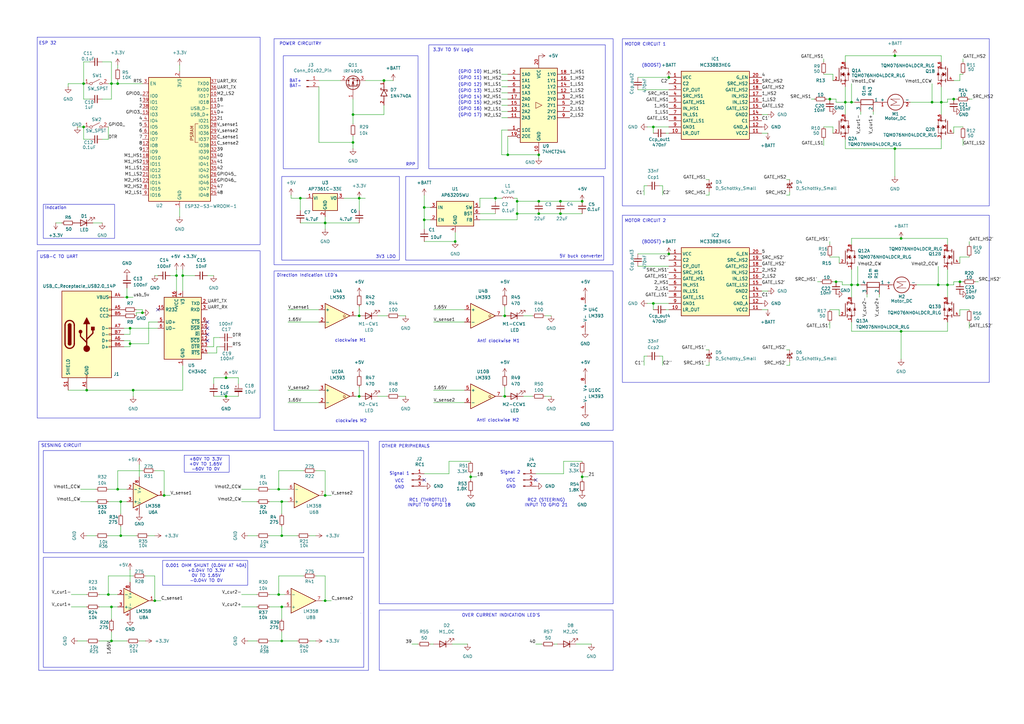
<source format=kicad_sch>
(kicad_sch (version 20231120) (generator "eeschema") (generator_version "8.0")
  (paper "A3")
  (lib_symbols
    (symbol "1N4740A:1N4740A" (pin_names (offset 1.016))
      (property "Reference" "D" (at -5.08 2.54 0))
      (property "Value" "1N4740A" (at -5.08 -3.81 0))
      (symbol "1N4740A_0_0"
        (pin passive line (at 5.08 0 180) (length 2.54) (name "~") (number "1"))
        (pin passive line (at -5.08 0 0) (length 2.54) (name "~") (number "2"))
      )
    )
    (symbol "74xx:74HCT244"
      (property "Reference" "U" (at -7.62 16.51 0))
      (property "Value" "74HCT244" (at -7.62 -16.51 0))
      (symbol "74HCT244_1_0"
        (pin input inverted (at -12.7 -10.16 0) (length 5.08) (name "1OE") (number "1"))
        (pin power_in line (at 0 -20.32 90) (length 5.08) (name "GND") (number "10"))
        (pin input line (at -12.7 -5.08 0) (length 5.08) (name "2A3") (number "11"))
        (pin tri_state line (at 12.7 5.08 180) (length 5.08) (name "1Y3") (number "12"))
        (pin input line (at -12.7 -2.54 0) (length 5.08) (name "2A2") (number "13"))
        (pin tri_state line (at 12.7 7.62 180) (length 5.08) (name "1Y2") (number "14"))
        (pin input line (at -12.7 0 0) (length 5.08) (name "2A1") (number "15"))
        (pin tri_state line (at 12.7 10.16 180) (length 5.08) (name "1Y1") (number "16"))
        (pin input line (at -12.7 2.54 0) (length 5.08) (name "2A0") (number "17"))
        (pin tri_state line (at 12.7 12.7 180) (length 5.08) (name "1Y0") (number "18"))
        (pin input inverted (at -12.7 -12.7 0) (length 5.08) (name "2OE") (number "19"))
        (pin input line (at -12.7 12.7 0) (length 5.08) (name "1A0") (number "2"))
        (pin power_in line (at 0 20.32 270) (length 5.08) (name "VCC") (number "20"))
        (pin tri_state line (at 12.7 2.54 180) (length 5.08) (name "2Y0") (number "3"))
        (pin input line (at -12.7 10.16 0) (length 5.08) (name "1A1") (number "4"))
        (pin tri_state line (at 12.7 0 180) (length 5.08) (name "2Y1") (number "5"))
        (pin input line (at -12.7 7.62 0) (length 5.08) (name "1A2") (number "6"))
        (pin tri_state line (at 12.7 -2.54 180) (length 5.08) (name "2Y2") (number "7"))
        (pin input line (at -12.7 5.08 0) (length 5.08) (name "1A3") (number "8"))
        (pin tri_state line (at 12.7 -5.08 180) (length 5.08) (name "2Y3") (number "9"))
      )
    )
    (symbol "Amplifier_Operational:LM358" (pin_names (offset 0.127))
      (property "Reference" "U" (at 0 5.08 0))
      (property "Value" "LM358" (at 0 -5.08 0))
      (symbol "LM358_1_1"
        (pin output line (at 7.62 0 180) (length 2.54) (name "~") (number "1"))
        (pin input line (at -7.62 -2.54 0) (length 2.54) (name "-") (number "2"))
        (pin input line (at -7.62 2.54 0) (length 2.54) (name "+") (number "3"))
      )
      (symbol "LM358_2_1"
        (pin input line (at -7.62 2.54 0) (length 2.54) (name "+") (number "5"))
        (pin input line (at -7.62 -2.54 0) (length 2.54) (name "-") (number "6"))
        (pin output line (at 7.62 0 180) (length 2.54) (name "~") (number "7"))
      )
      (symbol "LM358_3_1"
        (pin power_in line (at -2.54 -7.62 90) (length 3.81) (name "V-") (number "4"))
        (pin power_in line (at -2.54 7.62 270) (length 3.81) (name "V+") (number "8"))
      )
    )
    (symbol "Comparator:LM393" (pin_names (offset 0.127))
      (property "Reference" "U" (at 3.81 3.81 0))
      (property "Value" "LM393" (at 6.35 -3.81 0))
      (symbol "LM393_1_1"
        (pin open_collector line (at 7.62 0 180) (length 2.54) (name "~") (number "1"))
        (pin input line (at -7.62 -2.54 0) (length 2.54) (name "-") (number "2"))
        (pin input line (at -7.62 2.54 0) (length 2.54) (name "+") (number "3"))
      )
      (symbol "LM393_2_1"
        (pin input line (at -7.62 2.54 0) (length 2.54) (name "+") (number "5"))
        (pin input line (at -7.62 -2.54 0) (length 2.54) (name "-") (number "6"))
        (pin open_collector line (at 7.62 0 180) (length 2.54) (name "~") (number "7"))
      )
      (symbol "LM393_3_1"
        (pin power_in line (at -2.54 -7.62 90) (length 3.81) (name "V-") (number "4"))
        (pin power_in line (at -2.54 7.62 270) (length 3.81) (name "V+") (number "8"))
      )
    )
    (symbol "Connector:Conn_01x02_Pin" (pin_names (offset 1.016) hide)
      (property "Reference" "J" (at 0 2.54 0))
      (property "Value" "Conn_01x02_Pin" (at 0 -5.08 0))
      (symbol "Conn_01x02_Pin_1_1"
        (pin passive line (at 5.08 0 180) (length 3.81) (name "Pin_1") (number "1"))
        (pin passive line (at 5.08 -2.54 180) (length 3.81) (name "Pin_2") (number "2"))
      )
    )
    (symbol "Connector:Conn_01x03_Pin" (pin_names (offset 1.016) hide)
      (property "Reference" "J" (at 0 5.08 0))
      (property "Value" "Conn_01x03_Pin" (at 0 -5.08 0))
      (symbol "Conn_01x03_Pin_1_1"
        (pin passive line (at 5.08 2.54 180) (length 3.81) (name "Pin_1") (number "1"))
        (pin passive line (at 5.08 0 180) (length 3.81) (name "Pin_2") (number "2"))
        (pin passive line (at 5.08 -2.54 180) (length 3.81) (name "Pin_3") (number "3"))
      )
    )
    (symbol "Connector:USB_C_Receptacle_USB2.0_14P" (pin_names (offset 1.016))
      (property "Reference" "J" (at 0 22.225 0))
      (property "Value" "USB_C_Receptacle_USB2.0_14P" (at 0 19.685 0))
      (symbol "USB_C_Receptacle_USB2.0_14P_1_1"
        (pin passive line (at 0 -22.86 90) (length 5.08) (name "GND") (number "A1"))
        (pin passive line (at 0 -22.86 90) (length 5.08) hide (name "GND") (number "A12"))
        (pin passive line (at 15.24 15.24 180) (length 5.08) (name "VBUS") (number "A4"))
        (pin bidirectional line (at 15.24 10.16 180) (length 5.08) (name "CC1") (number "A5"))
        (pin bidirectional line (at 15.24 -2.54 180) (length 5.08) (name "D+") (number "A6"))
        (pin bidirectional line (at 15.24 2.54 180) (length 5.08) (name "D-") (number "A7"))
        (pin passive line (at 15.24 15.24 180) (length 5.08) hide (name "VBUS") (number "A9"))
        (pin passive line (at 0 -22.86 90) (length 5.08) hide (name "GND") (number "B1"))
        (pin passive line (at 0 -22.86 90) (length 5.08) hide (name "GND") (number "B12"))
        (pin passive line (at 15.24 15.24 180) (length 5.08) hide (name "VBUS") (number "B4"))
        (pin bidirectional line (at 15.24 7.62 180) (length 5.08) (name "CC2") (number "B5"))
        (pin bidirectional line (at 15.24 -5.08 180) (length 5.08) (name "D+") (number "B6"))
        (pin bidirectional line (at 15.24 0 180) (length 5.08) (name "D-") (number "B7"))
        (pin passive line (at 15.24 15.24 180) (length 5.08) hide (name "VBUS") (number "B9"))
        (pin passive line (at -7.62 -22.86 90) (length 5.08) (name "SHIELD") (number "S1"))
      )
    )
    (symbol "Device:C_Polarized_Small" (pin_numbers hide) (pin_names (offset 0.254) hide)
      (property "Reference" "C" (at 0.254 1.778 0))
      (property "Value" "C_Polarized_Small" (at 0.254 -2.032 0))
      (symbol "C_Polarized_Small_1_1"
        (pin passive line (at 0 2.54 270) (length 1.8542) (name "~") (number "1"))
        (pin passive line (at 0 -2.54 90) (length 1.8542) (name "~") (number "2"))
      )
    )
    (symbol "Device:C_Small" (pin_numbers hide) (pin_names (offset 0.254) hide)
      (property "Reference" "C" (at 0.254 1.778 0))
      (property "Value" "C_Small" (at 0.254 -2.032 0))
      (symbol "C_Small_1_1"
        (pin passive line (at 0 2.54 270) (length 2.032) (name "~") (number "1"))
        (pin passive line (at 0 -2.54 90) (length 2.032) (name "~") (number "2"))
      )
    )
    (symbol "Device:D_Schottky_Small" (pin_numbers hide) (pin_names (offset 0.254) hide)
      (property "Reference" "D" (at -1.27 2.032 0))
      (property "Value" "D_Schottky_Small" (at -7.112 -2.032 0))
      (symbol "D_Schottky_Small_1_1"
        (pin passive line (at -2.54 0 0) (length 1.778) (name "K") (number "1"))
        (pin passive line (at 2.54 0 180) (length 1.778) (name "A") (number "2"))
      )
    )
    (symbol "Device:LED" (pin_numbers hide) (pin_names (offset 1.016) hide)
      (property "Reference" "D" (at 0 2.54 0))
      (property "Value" "LED" (at 0 -2.54 0))
      (symbol "LED_1_1"
        (pin passive line (at -3.81 0 0) (length 2.54) (name "K") (number "1"))
        (pin passive line (at 3.81 0 180) (length 2.54) (name "A") (number "2"))
      )
    )
    (symbol "Device:L_Small" (pin_numbers hide) (pin_names (offset 0.254) hide)
      (property "Reference" "L" (at 0.762 1.016 0))
      (property "Value" "L_Small" (at 0.762 -1.016 0))
      (symbol "L_Small_1_1"
        (pin passive line (at 0 2.54 270) (length 0.508) (name "~") (number "1"))
        (pin passive line (at 0 -2.54 90) (length 0.508) (name "~") (number "2"))
      )
    )
    (symbol "Device:R_Shunt" (pin_numbers hide) (pin_names (offset 0))
      (property "Reference" "R" (at -4.445 0 90))
      (property "Value" "R_Shunt" (at -2.54 0 90))
      (symbol "R_Shunt_1_1"
        (pin passive line (at 0 5.08 270) (length 2.54) (name "1") (number "1"))
        (pin passive line (at 3.81 2.54 180) (length 2.54) (name "2") (number "2"))
        (pin passive line (at 3.81 -2.54 180) (length 2.54) (name "3") (number "3"))
        (pin passive line (at 0 -5.08 90) (length 2.54) (name "4") (number "4"))
      )
    )
    (symbol "Device:R_Small" (pin_numbers hide) (pin_names (offset 0.254) hide)
      (property "Reference" "R" (at 0.762 0.508 0))
      (property "Value" "R_Small" (at 0.762 -1.016 0))
      (symbol "R_Small_1_1"
        (pin passive line (at 0 2.54 270) (length 0.762) (name "~") (number "1"))
        (pin passive line (at 0 -2.54 90) (length 0.762) (name "~") (number "2"))
      )
    )
    (symbol "Interface_USB:CH340C"
      (property "Reference" "U" (at -5.08 13.97 0))
      (property "Value" "CH340C" (at 1.27 13.97 0))
      (symbol "CH340C_1_1"
        (pin power_in line (at 0 -15.24 90) (length 2.54) (name "GND") (number "1"))
        (pin input line (at 10.16 0 180) (length 2.54) (name "~{DSR}") (number "10"))
        (pin input line (at 10.16 -2.54 180) (length 2.54) (name "~{RI}") (number "11"))
        (pin input line (at 10.16 -5.08 180) (length 2.54) (name "~{DCD}") (number "12"))
        (pin output line (at 10.16 -7.62 180) (length 2.54) (name "~{DTR}") (number "13"))
        (pin output line (at 10.16 -10.16 180) (length 2.54) (name "~{RTS}") (number "14"))
        (pin input line (at -10.16 7.62 0) (length 2.54) (name "R232") (number "15"))
        (pin power_in line (at -2.54 15.24 270) (length 2.54) (name "VCC") (number "16"))
        (pin output line (at 10.16 10.16 180) (length 2.54) (name "TXD") (number "2"))
        (pin input line (at 10.16 7.62 180) (length 2.54) (name "RXD") (number "3"))
        (pin power_out line (at 0 15.24 270) (length 2.54) (name "V3") (number "4"))
        (pin bidirectional line (at -10.16 2.54 0) (length 2.54) (name "UD+") (number "5"))
        (pin bidirectional line (at -10.16 0 0) (length 2.54) (name "UD-") (number "6"))
        (pin no_connect line (at -7.62 -5.08 0) (length 2.54) hide (name "NC") (number "7"))
        (pin no_connect line (at -7.62 -7.62 0) (length 2.54) hide (name "NC") (number "8"))
        (pin input line (at 10.16 2.54 180) (length 2.54) (name "~{CTS}") (number "9"))
      )
    )
    (symbol "MC33883HEG:MC33883HEG"
      (property "Reference" "IC" (at 34.29 7.62 0))
      (property "Value" "MC33883HEG" (at 34.29 5.08 0))
      (symbol "MC33883HEG_1_1"
        (pin passive line (at 0 0 0) (length 5.08) (name "VCC") (number "1"))
        (pin passive line (at 0 -22.86 0) (length 5.08) (name "LR_OUT") (number "10"))
        (pin passive line (at 38.1 -22.86 180) (length 5.08) (name "VCC2") (number "11"))
        (pin passive line (at 38.1 -20.32 180) (length 5.08) (name "GND_A") (number "12"))
        (pin passive line (at 38.1 -17.78 180) (length 5.08) (name "C1") (number "13"))
        (pin passive line (at 38.1 -15.24 180) (length 5.08) (name "GND2") (number "14"))
        (pin passive line (at 38.1 -12.7 180) (length 5.08) (name "GATE_LS2") (number "15"))
        (pin passive line (at 38.1 -10.16 180) (length 5.08) (name "IN_LS2") (number "16"))
        (pin passive line (at 38.1 -7.62 180) (length 5.08) (name "IN_HS2") (number "17"))
        (pin passive line (at 38.1 -5.08 180) (length 5.08) (name "GATE_HS2") (number "18"))
        (pin passive line (at 38.1 -2.54 180) (length 5.08) (name "SRC_HS2") (number "19"))
        (pin passive line (at 0 -2.54 0) (length 5.08) (name "C2") (number "2"))
        (pin passive line (at 38.1 0 180) (length 5.08) (name "G_EN") (number "20"))
        (pin passive line (at 0 -5.08 0) (length 5.08) (name "CP_OUT") (number "3"))
        (pin passive line (at 0 -7.62 0) (length 5.08) (name "SRC_HS1") (number "4"))
        (pin passive line (at 0 -10.16 0) (length 5.08) (name "GATE_HS1") (number "5"))
        (pin passive line (at 0 -12.7 0) (length 5.08) (name "IN_HS1") (number "6"))
        (pin passive line (at 0 -15.24 0) (length 5.08) (name "IN_LS1") (number "7"))
        (pin passive line (at 0 -17.78 0) (length 5.08) (name "GATE_LS1") (number "8"))
        (pin passive line (at 0 -20.32 0) (length 5.08) (name "GND1") (number "9"))
      )
    )
    (symbol "Motor:Motor_DC" (pin_names (offset 0))
      (property "Reference" "M" (at 2.54 2.54 0))
      (property "Value" "Motor_DC" (at 2.54 -5.08 0))
      (symbol "Motor_DC_1_1"
        (pin passive line (at 0 5.08 270) (length 2.54) (name "+") (number "1"))
        (pin passive line (at 0 -7.62 90) (length 2.54) (name "-") (number "2"))
      )
    )
    (symbol "RF_Module:ESP32-S3-WROOM-1"
      (property "Reference" "U" (at -12.7 26.67 0))
      (property "Value" "ESP32-S3-WROOM-1" (at 12.7 26.67 0))
      (symbol "ESP32-S3-WROOM-1_0_0"
        (text "PSRAM" (at 5.08 2.54 900) (effects (font (size 1.27 1.27))))
      )
      (symbol "ESP32-S3-WROOM-1_1_1"
        (pin power_in line (at 0 -27.94 90) (length 2.54) (name "GND") (number "1"))
        (pin bidirectional line (at 15.24 17.78 180) (length 2.54) (name "IO17") (number "10"))
        (pin bidirectional line (at 15.24 15.24 180) (length 2.54) (name "IO18") (number "11"))
        (pin bidirectional line (at -15.24 -2.54 0) (length 2.54) (name "IO8") (number "12"))
        (pin bidirectional line (at 15.24 12.7 180) (length 2.54) (name "USB_D-") (number "13"))
        (pin bidirectional line (at 15.24 10.16 180) (length 2.54) (name "USB_D+") (number "14"))
        (pin bidirectional line (at -15.24 10.16 0) (length 2.54) (name "IO3") (number "15"))
        (pin bidirectional line (at 15.24 -17.78 180) (length 2.54) (name "IO46") (number "16"))
        (pin bidirectional line (at -15.24 -5.08 0) (length 2.54) (name "IO9") (number "17"))
        (pin bidirectional line (at -15.24 -7.62 0) (length 2.54) (name "IO10") (number "18"))
        (pin bidirectional line (at -15.24 -10.16 0) (length 2.54) (name "IO11") (number "19"))
        (pin power_in line (at 0 27.94 270) (length 2.54) (name "3V3") (number "2"))
        (pin bidirectional line (at -15.24 -12.7 0) (length 2.54) (name "IO12") (number "20"))
        (pin bidirectional line (at -15.24 -15.24 0) (length 2.54) (name "IO13") (number "21"))
        (pin bidirectional line (at -15.24 -17.78 0) (length 2.54) (name "IO14") (number "22"))
        (pin bidirectional line (at 15.24 7.62 180) (length 2.54) (name "IO21") (number "23"))
        (pin bidirectional line (at 15.24 -20.32 180) (length 2.54) (name "IO47") (number "24"))
        (pin bidirectional line (at 15.24 -22.86 180) (length 2.54) (name "IO48") (number "25"))
        (pin bidirectional line (at 15.24 -15.24 180) (length 2.54) (name "IO45") (number "26"))
        (pin bidirectional line (at -15.24 17.78 0) (length 2.54) (name "IO0") (number "27"))
        (pin bidirectional line (at 15.24 5.08 180) (length 2.54) (name "IO35") (number "28"))
        (pin bidirectional line (at 15.24 2.54 180) (length 2.54) (name "IO36") (number "29"))
        (pin input line (at -15.24 22.86 0) (length 2.54) (name "EN") (number "3"))
        (pin bidirectional line (at 15.24 0 180) (length 2.54) (name "IO37") (number "30"))
        (pin bidirectional line (at 15.24 -2.54 180) (length 2.54) (name "IO38") (number "31"))
        (pin bidirectional line (at 15.24 -5.08 180) (length 2.54) (name "IO39") (number "32"))
        (pin bidirectional line (at 15.24 -7.62 180) (length 2.54) (name "IO40") (number "33"))
        (pin bidirectional line (at 15.24 -10.16 180) (length 2.54) (name "IO41") (number "34"))
        (pin bidirectional line (at 15.24 -12.7 180) (length 2.54) (name "IO42") (number "35"))
        (pin bidirectional line (at 15.24 20.32 180) (length 2.54) (name "RXD0") (number "36"))
        (pin bidirectional line (at 15.24 22.86 180) (length 2.54) (name "TXD0") (number "37"))
        (pin bidirectional line (at -15.24 12.7 0) (length 2.54) (name "IO2") (number "38"))
        (pin bidirectional line (at -15.24 15.24 0) (length 2.54) (name "IO1") (number "39"))
        (pin bidirectional line (at -15.24 7.62 0) (length 2.54) (name "IO4") (number "4"))
        (pin passive line (at 0 -27.94 90) (length 2.54) hide (name "GND") (number "40"))
        (pin passive line (at 0 -27.94 90) (length 2.54) hide (name "GND") (number "41"))
        (pin bidirectional line (at -15.24 5.08 0) (length 2.54) (name "IO5") (number "5"))
        (pin bidirectional line (at -15.24 2.54 0) (length 2.54) (name "IO6") (number "6"))
        (pin bidirectional line (at -15.24 0 0) (length 2.54) (name "IO7") (number "7"))
        (pin bidirectional line (at -15.24 -20.32 0) (length 2.54) (name "IO15") (number "8"))
        (pin bidirectional line (at -15.24 -22.86 0) (length 2.54) (name "IO16") (number "9"))
      )
    )
    (symbol "Regulator_Linear:AP7361C-33E" (pin_names (offset 0.254))
      (property "Reference" "U" (at -3.81 3.175 0))
      (property "Value" "AP7361C-33E" (at 0 3.175 0))
      (symbol "AP7361C-33E_1_1"
        (pin power_in line (at -7.62 0 0) (length 2.54) (name "VI") (number "1"))
        (pin power_in line (at 0 -7.62 90) (length 2.54) (name "GND") (number "2"))
        (pin power_out line (at 7.62 0 180) (length 2.54) (name "VO") (number "3"))
      )
    )
    (symbol "Regulator_Switching:AP63205WU"
      (property "Reference" "U" (at -7.62 6.35 0))
      (property "Value" "AP63205WU" (at 2.54 6.35 0))
      (symbol "AP63205WU_1_1"
        (pin input line (at 10.16 -2.54 180) (length 2.54) (name "FB") (number "1"))
        (pin input line (at -10.16 -2.54 0) (length 2.54) (name "EN") (number "2"))
        (pin power_in line (at -10.16 2.54 0) (length 2.54) (name "IN") (number "3"))
        (pin power_in line (at 0 -7.62 90) (length 2.54) (name "GND") (number "4"))
        (pin output line (at 10.16 2.54 180) (length 2.54) (name "SW") (number "5"))
        (pin passive line (at 10.16 0 180) (length 2.54) (name "BST") (number "6"))
      )
    )
    (symbol "Switch:SW_SPST" (pin_names (offset 0) hide)
      (property "Reference" "SW" (at 0 3.175 0))
      (property "Value" "SW_SPST" (at 0 -2.54 0))
      (symbol "SW_SPST_1_1"
        (pin passive line (at -5.08 0 0) (length 2.54) (name "A") (number "1"))
        (pin passive line (at 5.08 0 180) (length 2.54) (name "B") (number "2"))
      )
    )
    (symbol "TQM076NH04LDCR_RLG:TQM076NH04LDCR_RLG" (pin_names (offset 1.016))
      (property "Reference" "Q" (at -8.89 2.54 0))
      (property "Value" "TQM076NH04LDCR_RLG" (at -8.89 -7.62 0))
      (symbol "TQM076NH04LDCR_RLG_1_0"
        (pin passive line (at 2.54 -5.08 90) (length 2.54) (name "~") (number "1"))
        (pin passive line (at -2.54 -2.54 0) (length 2.54) (name "~") (number "2"))
        (pin passive line (at 2.54 5.08 270) (length 2.54) (name "~") (number "7_8"))
      )
      (symbol "TQM076NH04LDCR_RLG_2_0"
        (pin passive line (at 2.54 -5.08 90) (length 2.54) (name "~") (number "3"))
        (pin passive line (at -2.54 -2.54 0) (length 2.54) (name "~") (number "4"))
        (pin passive line (at 2.54 5.08 270) (length 2.54) (name "~") (number "5_6"))
      )
    )
    (symbol "Transistor_FET:IRF4905" (pin_names hide)
      (property "Reference" "Q" (at 5.08 1.905 0))
      (property "Value" "IRF4905" (at 5.08 0 0))
      (symbol "IRF4905_1_1"
        (pin input line (at -5.08 0 0) (length 2.54) (name "G") (number "1"))
        (pin passive line (at 2.54 5.08 270) (length 2.54) (name "D") (number "2"))
        (pin passive line (at 2.54 -5.08 90) (length 2.54) (name "S") (number "3"))
      )
    )
    (symbol "power:+3.3V" (power) (pin_numbers hide) (pin_names (offset 0) hide)
      (property "Value" "+3.3V" (at 0 3.556 0))
      (symbol "+3.3V_1_1"
        (pin power_in line (at 0 0 90) (length 0) (name "~") (number "1"))
      )
    )
    (symbol "power:+5V" (power) (pin_numbers hide) (pin_names (offset 0) hide)
      (property "Value" "+5V" (at 0 3.556 0))
      (symbol "+5V_1_1"
        (pin power_in line (at 0 0 90) (length 0) (name "~") (number "1"))
      )
    )
    (symbol "power:+BATT" (power) (pin_numbers hide) (pin_names (offset 0) hide)
      (property "Value" "+BATT" (at 0 3.556 0))
      (symbol "+BATT_1_1"
        (pin power_in line (at 0 0 90) (length 0) (name "~") (number "1"))
      )
    )
    (symbol "power:GND" (power) (pin_numbers hide) (pin_names (offset 0) hide)
      (property "Value" "GND" (at 0 -3.81 0))
      (symbol "GND_1_1"
        (pin power_in line (at 0 0 270) (length 0) (name "~") (number "1"))
      )
    )
  )
  (junction (at 274.32 104.14))
  (junction (at 74.93 113.03))
  (junction (at 212.09 82.55))
  (junction (at 144.78 58.42))
  (junction (at 147.32 81.28))
  (junction (at 35.56 160.02))
  (junction (at 115.57 205.74))
  (junction (at 386.08 41.91))
  (junction (at 157.48 33.02))
  (junction (at 367.03 22.86))
  (junction (at 115.57 248.92))
  (junction (at 393.7 115.57))
  (junction (at 207.01 162.56))
  (junction (at 238.76 195.58))
  (junction (at 369.57 97.79))
  (junction (at 391.16 40.64))
  (junction (at 173.99 90.17))
  (junction (at 173.99 85.09))
  (junction (at 63.5 246.38))
  (junction (at 203.2 81.28))
  (junction (at 384.81 116.84))
  (junction (at 49.53 205.74))
  (junction (at 133.35 91.44))
  (junction (at 48.26 34.29))
  (junction (at 133.35 246.38))
  (junction (at 92.71 154.94))
  (junction (at 144.78 46.99))
  (junction (at 346.71 41.91))
  (junction (at 44.45 243.84))
  (junction (at 369.57 135.89))
  (junction (at 54.61 160.02))
  (junction (at 212.09 87.63))
  (junction (at 274.32 31.75))
  (junction (at 220.98 82.55))
  (junction (at 67.31 203.2))
  (junction (at 220.98 63.5))
  (junction (at 267.97 124.46))
  (junction (at 351.79 116.84))
  (junction (at 193.04 195.58))
  (junction (at 388.62 116.84))
  (junction (at 207.01 129.54))
  (junction (at 48.26 200.66))
  (junction (at 349.25 116.84))
  (junction (at 367.03 60.96))
  (junction (at 267.97 52.07))
  (junction (at 45.72 248.92))
  (junction (at 114.3 200.66))
  (junction (at 34.29 34.29))
  (junction (at 92.71 162.56))
  (junction (at 72.39 113.03))
  (junction (at 114.3 243.84))
  (junction (at 45.72 262.89))
  (junction (at 45.72 34.29))
  (junction (at 34.29 52.07))
  (junction (at 382.27 41.91))
  (junction (at 133.35 203.2))
  (junction (at 53.34 134.62))
  (junction (at 115.57 262.89))
  (junction (at 58.42 128.27))
  (junction (at 208.28 63.5))
  (junction (at 340.36 40.64))
  (junction (at 123.19 81.28))
  (junction (at 147.32 129.54))
  (junction (at 147.32 162.56))
  (junction (at 349.25 41.91))
  (junction (at 229.87 87.63))
  (junction (at 220.98 87.63))
  (junction (at 115.57 219.71))
  (junction (at 238.76 82.55))
  (junction (at 52.07 121.92))
  (junction (at 49.53 219.71))
  (junction (at 342.9 115.57))
  (junction (at 186.69 99.06))
  (junction (at 229.87 82.55))
  (junction (at 53.34 140.97))
  (no_connect (at 219.71 196.85))
  (no_connect (at 85.09 137.16))
  (no_connect (at 64.77 127))
  (no_connect (at 85.09 134.62))
  (no_connect (at 173.99 196.85))
  (no_connect (at 85.09 132.08))
  (no_connect (at 85.09 139.7))
  (wire (pts (xy 44.45 200.66) (xy 48.26 200.66)))
  (wire (pts (xy 149.86 33.02) (xy 157.48 33.02)))
  (wire (pts (xy 337.82 52.07) (xy 341.63 52.07)))
  (wire (pts (xy 52.07 118.11) (xy 52.07 121.92)))
  (wire (pts (xy 54.61 121.92) (xy 52.07 121.92)))
  (wire (pts (xy 50.8 134.62) (xy 53.34 134.62)))
  (wire (pts (xy 118.11 132.08) (xy 130.81 132.08)))
  (wire (pts (xy 349.25 116.84) (xy 349.25 121.92)))
  (wire (pts (xy 119.38 80.01) (xy 119.38 81.28)))
  (wire (pts (xy 55.88 128.27) (xy 58.42 128.27)))
  (wire (pts (xy 397.51 40.64) (xy 398.78 40.64)))
  (wire (pts (xy 115.57 248.92) (xy 115.57 254)))
  (wire (pts (xy 342.9 40.64) (xy 342.9 41.91)))
  (wire (pts (xy 220.98 63.5) (xy 220.98 64.77)))
  (wire (pts (xy 322.58 73.66) (xy 323.85 73.66)))
  (wire (pts (xy 193.04 195.58) (xy 195.58 195.58)))
  (wire (pts (xy 129.54 193.04) (xy 133.35 193.04)))
  (wire (pts (xy 177.8 160.02) (xy 190.5 160.02)))
  (wire (pts (xy 110.49 200.66) (xy 114.3 200.66)))
  (wire (pts (xy 349.25 97.79) (xy 369.57 97.79)))
  (wire (pts (xy 208.28 63.5) (xy 220.98 63.5)))
  (wire (pts (xy 45.72 40.64) (xy 45.72 34.29)))
  (wire (pts (xy 340.36 134.62) (xy 340.36 132.08)))
  (wire (pts (xy 41.91 40.64) (xy 45.72 40.64)))
  (wire (pts (xy 144.78 40.64) (xy 144.78 46.99)))
  (wire (pts (xy 127 219.71) (xy 129.54 219.71)))
  (wire (pts (xy 144.78 58.42) (xy 144.78 60.96)))
  (wire (pts (xy 163.83 162.56) (xy 166.37 162.56)))
  (wire (pts (xy 261.62 104.14) (xy 274.32 104.14)))
  (wire (pts (xy 31.75 52.07) (xy 34.29 52.07)))
  (wire (pts (xy 227.33 264.16) (xy 228.6 264.16)))
  (wire (pts (xy 290.83 78.74) (xy 290.83 80.01)))
  (wire (pts (xy 203.2 81.28) (xy 205.74 81.28)))
  (wire (pts (xy 60.96 219.71) (xy 63.5 219.71)))
  (wire (pts (xy 115.57 259.08) (xy 115.57 262.89)))
  (wire (pts (xy 133.35 193.04) (xy 133.35 203.2)))
  (wire (pts (xy 173.99 90.17) (xy 173.99 93.98)))
  (wire (pts (xy 147.32 125.73) (xy 147.32 129.54)))
  (wire (pts (xy 337.82 59.69) (xy 337.82 57.15)))
  (wire (pts (xy 207.01 162.56) (xy 205.74 162.56)))
  (wire (pts (xy 124.46 236.22) (xy 114.3 236.22)))
  (wire (pts (xy 193.04 194.31) (xy 193.04 195.58)))
  (wire (pts (xy 196.85 90.17) (xy 212.09 90.17)))
  (wire (pts (xy 87.63 157.48) (xy 87.63 154.94)))
  (wire (pts (xy 60.96 140.97) (xy 60.96 132.08)))
  (wire (pts (xy 400.05 115.57) (xy 401.32 115.57)))
  (wire (pts (xy 312.42 119.38) (xy 314.96 119.38)))
  (wire (pts (xy 58.42 127) (xy 58.42 128.27)))
  (wire (pts (xy 220.98 87.63) (xy 229.87 87.63)))
  (wire (pts (xy 87.63 154.94) (xy 92.71 154.94)))
  (wire (pts (xy 238.76 194.31) (xy 238.76 195.58)))
  (wire (pts (xy 205.74 38.1) (xy 208.28 38.1)))
  (wire (pts (xy 123.19 81.28) (xy 123.19 86.36)))
  (wire (pts (xy 123.19 91.44) (xy 133.35 91.44)))
  (wire (pts (xy 115.57 215.9) (xy 115.57 219.71)))
  (wire (pts (xy 44.45 243.84) (xy 48.26 243.84)))
  (wire (pts (xy 53.34 140.97) (xy 53.34 142.24)))
  (wire (pts (xy 69.85 203.2) (xy 67.31 203.2)))
  (wire (pts (xy 393.7 105.41) (xy 393.7 107.95)))
  (wire (pts (xy 323.85 80.01) (xy 322.58 80.01)))
  (wire (pts (xy 393.7 30.48) (xy 393.7 33.02)))
  (wire (pts (xy 133.35 91.44) (xy 147.32 91.44)))
  (wire (pts (xy 323.85 78.74) (xy 323.85 80.01)))
  (wire (pts (xy 349.25 110.49) (xy 349.25 116.84)))
  (wire (pts (xy 290.83 148.59) (xy 290.83 149.86)))
  (wire (pts (xy 36.83 40.64) (xy 34.29 40.64)))
  (wire (pts (xy 184.15 189.23) (xy 193.04 189.23)))
  (wire (pts (xy 261.62 36.83) (xy 274.32 36.83)))
  (wire (pts (xy 114.3 236.22) (xy 114.3 243.84)))
  (wire (pts (xy 99.06 248.92) (xy 105.41 248.92)))
  (wire (pts (xy 238.76 195.58) (xy 238.76 196.85)))
  (wire (pts (xy 212.09 81.28) (xy 212.09 82.55)))
  (wire (pts (xy 44.45 57.15) (xy 41.91 57.15)))
  (wire (pts (xy 332.74 40.64) (xy 334.01 40.64)))
  (wire (pts (xy 85.09 142.24) (xy 87.63 142.24)))
  (wire (pts (xy 393.7 115.57) (xy 394.97 115.57)))
  (wire (pts (xy 53.34 233.68) (xy 53.34 238.76)))
  (wire (pts (xy 140.97 81.28) (xy 147.32 81.28)))
  (wire (pts (xy 53.34 140.97) (xy 60.96 140.97)))
  (wire (pts (xy 312.42 127) (xy 314.96 127)))
  (wire (pts (xy 147.32 162.56) (xy 146.05 162.56)))
  (wire (pts (xy 388.62 116.84) (xy 388.62 121.92)))
  (wire (pts (xy 54.61 160.02) (xy 35.56 160.02)))
  (wire (pts (xy 394.97 30.48) (xy 393.7 30.48)))
  (wire (pts (xy 369.57 135.89) (xy 369.57 147.32)))
  (wire (pts (xy 74.93 110.49) (xy 74.93 113.03)))
  (wire (pts (xy 55.88 129.54) (xy 55.88 128.27)))
  (wire (pts (xy 97.79 154.94) (xy 97.79 157.48)))
  (wire (pts (xy 27.94 35.56) (xy 27.94 34.29)))
  (wire (pts (xy 88.9 142.24) (xy 90.17 142.24)))
  (wire (pts (xy 173.99 80.01) (xy 173.99 85.09)))
  (wire (pts (xy 27.94 160.02) (xy 35.56 160.02)))
  (wire (pts (xy 219.71 194.31) (xy 231.14 194.31)))
  (wire (pts (xy 220.98 82.55) (xy 229.87 82.55)))
  (wire (pts (xy 114.3 200.66) (xy 118.11 200.66)))
  (wire (pts (xy 73.66 26.67) (xy 73.66 29.21)))
  (wire (pts (xy 147.32 81.28) (xy 147.32 86.36)))
  (wire (pts (xy 351.79 116.84) (xy 353.06 116.84)))
  (wire (pts (xy 38.1 91.44) (xy 41.91 91.44)))
  (wire (pts (xy 45.72 259.08) (xy 45.72 262.89)))
  (wire (pts (xy 388.62 40.64) (xy 388.62 41.91)))
  (wire (pts (xy 394.97 24.13) (xy 394.97 25.4)))
  (wire (pts (xy 57.15 190.5) (xy 57.15 195.58)))
  (wire (pts (xy 341.63 54.61) (xy 341.63 52.07)))
  (wire (pts (xy 391.16 40.64) (xy 392.43 40.64)))
  (wire (pts (xy 114.3 243.84) (xy 116.84 243.84)))
  (wire (pts (xy 267.97 124.46) (xy 274.32 124.46)))
  (wire (pts (xy 346.71 41.91) (xy 346.71 46.99)))
  (wire (pts (xy 205.74 43.18) (xy 208.28 43.18)))
  (wire (pts (xy 205.74 33.02) (xy 208.28 33.02)))
  (wire (pts (xy 87.63 162.56) (xy 92.71 162.56)))
  (wire (pts (xy 386.08 60.96) (xy 386.08 57.15)))
  (wire (pts (xy 66.04 246.38) (xy 63.5 246.38)))
  (wire (pts (xy 124.46 193.04) (xy 114.3 193.04)))
  (wire (pts (xy 74.93 113.03) (xy 80.01 113.03)))
  (wire (pts (xy 349.25 41.91) (xy 346.71 41.91)))
  (wire (pts (xy 205.74 35.56) (xy 208.28 35.56)))
  (wire (pts (xy 290.83 80.01) (xy 289.56 80.01)))
  (wire (pts (xy 271.78 146.05) (xy 270.51 146.05)))
  (wire (pts (xy 34.29 25.4) (xy 36.83 25.4)))
  (wire (pts (xy 135.89 203.2) (xy 133.35 203.2)))
  (wire (pts (xy 264.16 146.05) (xy 265.43 146.05)))
  (wire (pts (xy 339.09 40.64) (xy 340.36 40.64)))
  (wire (pts (xy 147.32 158.75) (xy 147.32 162.56)))
  (wire (pts (xy 271.78 76.2) (xy 270.51 76.2)))
  (wire (pts (xy 22.86 91.44) (xy 25.4 91.44)))
  (wire (pts (xy 48.26 193.04) (xy 48.26 200.66)))
  (wire (pts (xy 105.41 219.71) (xy 101.6 219.71)))
  (wire (pts (xy 99.06 205.74) (xy 105.41 205.74)))
  (wire (pts (xy 87.63 142.24) (xy 87.63 138.43)))
  (wire (pts (xy 349.25 100.33) (xy 349.25 97.79)))
  (wire (pts (xy 73.66 85.09) (xy 73.66 88.9)))
  (wire (pts (xy 349.25 34.29) (xy 349.25 41.91)))
  (wire (pts (xy 271.78 149.86) (xy 271.78 146.05)))
  (wire (pts (xy 196.85 85.09) (xy 196.85 81.28)))
  (wire (pts (xy 264.16 149.86) (xy 264.16 146.05)))
  (wire (pts (xy 129.54 236.22) (xy 133.35 236.22)))
  (wire (pts (xy 154.94 162.56) (xy 158.75 162.56)))
  (wire (pts (xy 45.72 25.4) (xy 45.72 34.29)))
  (wire (pts (xy 207.01 129.54) (xy 205.74 129.54)))
  (wire (pts (xy 27.94 34.29) (xy 34.29 34.29)))
  (wire (pts (xy 115.57 205.74) (xy 115.57 210.82)))
  (wire (pts (xy 196.85 81.28) (xy 203.2 81.28)))
  (wire (pts (xy 346.71 25.4) (xy 346.71 22.86)))
  (wire (pts (xy 118.11 127) (xy 130.81 127)))
  (wire (pts (xy 214.63 129.54) (xy 218.44 129.54)))
  (wire (pts (xy 177.8 132.08) (xy 190.5 132.08)))
  (wire (pts (xy 177.8 127) (xy 190.5 127)))
  (wire (pts (xy 340.36 40.64) (xy 342.9 40.64)))
  (wire (pts (xy 384.81 116.84) (xy 388.62 116.84)))
  (wire (pts (xy 397.51 99.06) (xy 397.51 100.33)))
  (wire (pts (xy 67.31 193.04) (xy 67.31 203.2)))
  (wire (pts (xy 45.72 262.89) (xy 40.64 262.89)))
  (wire (pts (xy 205.74 45.72) (xy 208.28 45.72)))
  (wire (pts (xy 69.85 113.03) (xy 72.39 113.03)))
  (wire (pts (xy 115.57 248.92) (xy 116.84 248.92)))
  (wire (pts (xy 349.25 132.08) (xy 349.25 135.89)))
  (wire (pts (xy 48.26 26.67) (xy 48.26 27.94)))
  (wire (pts (xy 212.09 87.63) (xy 212.09 90.17)))
  (wire (pts (xy 360.68 121.92) (xy 360.68 120.65)))
  (wire (pts (xy 386.08 41.91) (xy 388.62 41.91)))
  (wire (pts (xy 49.53 215.9) (xy 49.53 219.71)))
  (wire (pts (xy 274.32 127) (xy 273.05 127)))
  (wire (pts (xy 264.16 80.01) (xy 264.16 76.2)))
  (wire (pts (xy 44.45 236.22) (xy 44.45 243.84)))
  (wire (pts (xy 133.35 88.9) (xy 133.35 91.44)))
  (wire (pts (xy 144.78 46.99) (xy 144.78 50.8)))
  (wire (pts (xy 388.62 116.84) (xy 388.62 110.49)))
  (wire (pts (xy 346.71 60.96) (xy 367.03 60.96)))
  (wire (pts (xy 87.63 138.43) (xy 90.17 138.43)))
  (wire (pts (xy 223.52 162.56) (xy 226.06 162.56)))
  (wire (pts (xy 144.78 55.88) (xy 144.78 58.42)))
  (wire (pts (xy 39.37 219.71) (xy 35.56 219.71)))
  (wire (pts (xy 184.15 194.31) (xy 184.15 189.23)))
  (wire (pts (xy 205.74 48.26) (xy 208.28 48.26)))
  (wire (pts (xy 45.72 34.29) (xy 48.26 34.29)))
  (wire (pts (xy 132.08 246.38) (xy 133.35 246.38)))
  (wire (pts (xy 196.85 87.63) (xy 203.2 87.63)))
  (wire (pts (xy 367.03 60.96) (xy 367.03 72.39)))
  (wire (pts (xy 63.5 113.03) (xy 64.77 113.03)))
  (wire (pts (xy 58.42 193.04) (xy 48.26 193.04)))
  (wire (pts (xy 393.7 33.02) (xy 391.16 33.02)))
  (wire (pts (xy 29.21 248.92) (xy 35.56 248.92)))
  (wire (pts (xy 212.09 87.63) (xy 220.98 87.63)))
  (wire (pts (xy 99.06 200.66) (xy 105.41 200.66)))
  (wire (pts (xy 34.29 40.64) (xy 34.29 34.29)))
  (wire (pts (xy 163.83 129.54) (xy 166.37 129.54)))
  (wire (pts (xy 74.93 160.02) (xy 54.61 160.02)))
  (wire (pts (xy 386.08 22.86) (xy 386.08 25.4)))
  (wire (pts (xy 265.43 124.46) (xy 267.97 124.46)))
  (wire (pts (xy 127 262.89) (xy 129.54 262.89)))
  (wire (pts (xy 388.62 116.84) (xy 391.16 116.84)))
  (wire (pts (xy 48.26 33.02) (xy 48.26 34.29)))
  (wire (pts (xy 52.07 262.89) (xy 45.72 262.89)))
  (wire (pts (xy 264.16 76.2) (xy 265.43 76.2)))
  (wire (pts (xy 99.06 243.84) (xy 105.41 243.84)))
  (wire (pts (xy 118.11 165.1) (xy 130.81 165.1)))
  (wire (pts (xy 85.09 144.78) (xy 88.9 144.78)))
  (wire (pts (xy 238.76 195.58) (xy 241.3 195.58)))
  (wire (pts (xy 214.63 162.56) (xy 218.44 162.56)))
  (wire (pts (xy 173.99 99.06) (xy 186.69 99.06)))
  (wire (pts (xy 173.99 85.09) (xy 176.53 85.09)))
  (wire (pts (xy 367.03 22.86) (xy 386.08 22.86)))
  (wire (pts (xy 261.62 109.22) (xy 274.32 109.22)))
  (wire (pts (xy 34.29 34.29) (xy 34.29 25.4)))
  (wire (pts (xy 382.27 41.91) (xy 382.27 34.29)))
  (wire (pts (xy 342.9 41.91) (xy 346.71 41.91)))
  (wire (pts (xy 144.78 46.99) (xy 157.48 46.99)))
  (wire (pts (xy 346.71 35.56) (xy 346.71 41.91)))
  (wire (pts (xy 193.04 195.58) (xy 193.04 196.85)))
  (wire (pts (xy 205.74 63.5) (xy 208.28 63.5)))
  (wire (pts (xy 72.39 113.03) (xy 72.39 119.38)))
  (wire (pts (xy 231.14 189.23) (xy 238.76 189.23)))
  (wire (pts (xy 54.61 160.02) (xy 54.61 162.56)))
  (wire (pts (xy 45.72 248.92) (xy 48.26 248.92)))
  (wire (pts (xy 110.49 243.84) (xy 114.3 243.84)))
  (wire (pts (xy 391.16 52.07) (xy 391.16 54.61)))
  (wire (pts (xy 115.57 205.74) (xy 118.11 205.74)))
  (wire (pts (xy 157.48 43.18) (xy 157.48 46.99)))
  (wire (pts (xy 40.64 243.84) (xy 44.45 243.84)))
  (wire (pts (xy 358.14 46.99) (xy 358.14 45.72)))
  (wire (pts (xy 394.97 57.15) (xy 394.97 59.69)))
  (wire (pts (xy 157.48 33.02) (xy 161.29 33.02)))
  (wire (pts (xy 55.88 219.71) (xy 49.53 219.71)))
  (wire (pts (xy 123.19 81.28) (xy 125.73 81.28)))
  (wire (pts (xy 340.36 99.06) (xy 340.36 100.33)))
  (wire (pts (xy 205.74 53.34) (xy 205.74 63.5)))
  (wire (pts (xy 168.91 264.16) (xy 171.45 264.16)))
  (wire (pts (xy 351.79 116.84) (xy 349.25 116.84)))
  (wire (pts (xy 386.08 41.91) (xy 386.08 46.99)))
  (wire (pts (xy 41.91 25.4) (xy 45.72 25.4)))
  (wire (pts (xy 369.57 97.79) (xy 388.62 97.79)))
  (wire (pts (xy 391.16 52.07) (xy 394.97 52.07)))
  (wire (pts (xy 203.2 82.55) (xy 203.2 81.28)))
  (wire (pts (xy 130.81 33.02) (xy 139.7 33.02)))
  (wire (pts (xy 312.42 54.61) (xy 314.96 54.61)))
  (wire (pts (xy 323.85 148.59) (xy 323.85 149.86)))
  (wire (pts (xy 267.97 124.46) (xy 267.97 127)))
  (wire (pts (xy 382.27 41.91) (xy 386.08 41.91)))
  (wire (pts (xy 185.42 264.16) (xy 191.77 264.16)))
  (wire (pts (xy 173.99 85.09) (xy 173.99 90.17)))
  (wire (pts (xy 118.11 160.02) (xy 130.81 160.02)))
  (wire (pts (xy 121.92 219.71) (xy 115.57 219.71)))
  (wire (pts (xy 261.62 31.75) (xy 274.32 31.75)))
  (wire (pts (xy 57.15 262.89) (xy 59.69 262.89)))
  (wire (pts (xy 229.87 82.55) (xy 238.76 82.55)))
  (wire (pts (xy 205.74 40.64) (xy 208.28 40.64)))
  (wire (pts (xy 373.38 41.91) (xy 382.27 41.91)))
  (wire (pts (xy 45.72 248.92) (xy 45.72 254)))
  (wire (pts (xy 367.03 60.96) (xy 386.08 60.96)))
  (wire (pts (xy 353.06 45.72) (xy 353.06 46.99)))
  (wire (pts (xy 388.62 135.89) (xy 388.62 132.08)))
  (wire (pts (xy 63.5 236.22) (xy 63.5 246.38)))
  (wire (pts (xy 271.78 80.01) (xy 271.78 76.2)))
  (wire (pts (xy 34.29 57.15) (xy 34.29 52.07)))
  (wire (pts (xy 60.96 132.08) (xy 64.77 132.08)))
  (wire (pts (xy 393.7 127) (xy 393.7 129.54)))
  (wire (pts (xy 231.14 194.31) (xy 231.14 189.23)))
  (wire (pts (xy 115.57 262.89) (xy 110.49 262.89)))
  (wire (pts (xy 85.09 113.03) (xy 87.63 113.03)))
  (wire (pts (xy 135.89 246.38) (xy 133.35 246.38)))
  (wire (pts (xy 208.28 55.88) (xy 208.28 63.5)))
  (wire (pts (xy 341.63 30.48) (xy 341.63 33.02)))
  (wire (pts (xy 351.79 109.22) (xy 351.79 116.84)))
  (wire (pts (xy 33.02 205.74) (xy 39.37 205.74)))
  (wire (pts (xy 44.45 205.74) (xy 49.53 205.74)))
  (wire (pts (xy 345.44 116.84) (xy 349.25 116.84)))
  (wire (pts (xy 49.53 219.71) (xy 44.45 219.71)))
  (wire (pts (xy 173.99 194.31) (xy 184.15 194.31)))
  (wire (pts (xy 265.43 52.07) (xy 267.97 52.07)))
  (wire (pts (xy 33.02 200.66) (xy 39.37 200.66)))
  (wire (pts (xy 289.56 143.51) (xy 290.83 143.51)))
  (wire (pts (xy 207.01 158.75) (xy 207.01 162.56)))
  (wire (pts (xy 49.53 205.74) (xy 52.07 205.74)))
  (wire (pts (xy 130.81 58.42) (xy 144.78 58.42)))
  (wire (pts (xy 346.71 57.15) (xy 346.71 60.96)))
  (wire (pts (xy 114.3 193.04) (xy 114.3 200.66)))
  (wire (pts (xy 335.28 115.57) (xy 336.55 115.57)))
  (wire (pts (xy 115.57 219.71) (xy 110.49 219.71)))
  (wire (pts (xy 345.44 115.57) (xy 345.44 116.84)))
  (wire (pts (xy 223.52 129.54) (xy 226.06 129.54)))
  (wire (pts (xy 40.64 248.92) (xy 45.72 248.92)))
  (wire (pts (xy 72.39 110.49) (xy 72.39 113.03)))
  (wire (pts (xy 349.25 41.91) (xy 350.52 41.91)))
  (wire (pts (xy 186.69 95.25) (xy 186.69 99.06)))
  (wire (pts (xy 49.53 205.74) (xy 49.53 210.82)))
  (wire (pts (xy 212.09 82.55) (xy 220.98 82.55)))
  (wire (pts (xy 54.61 236.22) (xy 44.45 236.22)))
  (wire (pts (xy 133.35 236.22) (xy 133.35 246.38)))
  (wire (pts (xy 393.7 105.41) (xy 397.51 105.41)))
  (wire (pts (xy 219.71 264.16) (xy 222.25 264.16)))
  (wire (pts (xy 53.34 137.16) (xy 53.34 134.62)))
  (wire (pts (xy 92.71 162.56) (xy 97.79 162.56)))
  (wire (pts (xy 337.82 24.13) (xy 337.82 25.4)))
  (wire (pts (xy 391.16 115.57) (xy 391.16 116.84)))
  (wire (pts (xy 340.36 105.41) (xy 344.17 105.41)))
  (wire (pts (xy 50.8 139.7) (xy 53.34 139.7)))
  (wire (pts (xy 210.82 81.28) (xy 212.09 81.28)))
  (wire (pts (xy 74.93 119.38) (xy 74.93 113.03)))
  (wire (pts (xy 35.56 262.89) (xy 31.75 262.89)))
  (wire (pts (xy 176.53 264.16) (xy 177.8 264.16)))
  (wire (pts (xy 55.88 127) (xy 58.42 127)))
  (wire (pts (xy 290.83 149.86) (xy 289.56 149.86)))
  (wire (pts (xy 322.58 143.51) (xy 323.85 143.51)))
  (wire (pts (xy 337.82 30.48) (xy 341.63 30.48)))
  (wire (pts (xy 349.25 135.89) (xy 369.57 135.89)))
  (wire (pts (xy 130.81 35.56) (xy 130.81 58.42)))
  (wire (pts (xy 177.8 165.1) (xy 190.5 165.1)))
  (wire (pts (xy 133.35 91.44) (xy 133.35 93.98)))
  (wire (pts (xy 393.7 115.57) (xy 391.16 115.57)))
  (wire (pts (xy 289.56 73.66) (xy 290.83 73.66)))
  (wire (pts (xy 154.94 129.54) (xy 158.75 129.54)))
  (wire (pts (xy 48.26 34.29) (xy 58.42 34.29)))
  (wire (pts (xy 369.57 135.89) (xy 388.62 135.89)))
  (wire (pts (xy 29.21 243.84) (xy 35.56 243.84)))
  (wire (pts (xy 119.38 81.28) (xy 123.19 81.28)))
  (wire (pts (xy 147.32 129.54) (xy 146.05 129.54)))
  (wire (pts (xy 88.9 144.78) (xy 88.9 142.24)))
  (wire (pts (xy 274.32 54.61) (xy 273.05 54.61)))
  (wire (pts (xy 121.92 262.89) (xy 115.57 262.89)))
  (wire (pts (xy 312.42 46.99) (xy 314.96 46.99)))
  (wire (pts (xy 208.28 53.34) (xy 205.74 53.34)))
  (wire (pts (xy 346.71 22.86) (xy 367.03 22.86)))
  (wire (pts (xy 110.49 205.74) (xy 115.57 205.74)))
  (wire (pts (xy 92.71 154.94) (xy 97.79 154.94)))
  (wire (pts (xy 53.34 134.62) (xy 64.77 134.62)))
  (wire (pts (xy 212.09 82.55) (xy 212.09 87.63)))
  (wire (pts (xy 229.87 87.63) (xy 238.76 87.63)))
  (wire (pts (xy 63.5 193.04) (xy 67.31 193.04)))
  (wire (pts (xy 397.51 132.08) (xy 397.51 134.62)))
  (wire (pts (xy 267.97 52.07) (xy 267.97 54.61)))
  (wire (pts (xy 341.63 115.57) (xy 342.9 115.57)))
  (wire (pts (xy 386.08 41.91) (xy 386.08 35.56)))
  (wire (pts (xy 323.85 149.86) (xy 322.58 149.86)))
  (wire (pts (xy 59.69 236.22) (xy 63.5 236.22)))
  (wire (pts (xy 110.49 248.92) (xy 115.57 248.92)))
  (wire (pts (xy 384.81 116.84) (xy 384.81 109.22)))
  (wire (pts (xy 53.34 139.7) (xy 53.34 140.97)))
  (wire (pts (xy 355.6 120.65) (xy 355.6 121.92)))
  (wire (pts (xy 50.8 137.16) (xy 53.34 137.16)))
  (wire (pts (xy 176.53 90.17) (xy 173.99 90.17)))
  (wire (pts (xy 375.92 116.84) (xy 384.81 116.84)))
  (wire (pts (xy 36.83 57.15) (xy 34.29 57.15)))
  (wire (pts (xy 236.22 264.16) (xy 242.57 264.16)))
  (wire (pts (xy 205.74 30.48) (xy 208.28 30.48)))
  (wire (pts (xy 342.9 115.57) (xy 345.44 115.57)))
  (wire (pts (xy 344.17 127) (xy 344.17 129.54)))
  (wire (pts (xy 52.07 121.92) (xy 50.8 121.92)))
  (wire (pts (xy 393.7 127) (xy 397.51 127)))
  (wire (pts (xy 147.32 81.28) (xy 149.86 81.28)))
  (wire (pts (xy 391.16 40.64) (xy 388.62 40.64)))
  (wire (pts (xy 74.93 149.86) (xy 74.93 160.02)))
  (wire (pts (xy 340.36 127) (xy 344.17 127)))
  (wire (pts (xy 44.45 34.29) (xy 45.72 34.29)))
  (wire (pts (xy 344.17 105.41) (xy 344.17 107.95)))
  (wire (pts (xy 207.01 125.73) (xy 207.01 129.54)))
  (wire (pts (xy 48.26 200.66) (xy 52.07 200.66)))
  (wire (pts (xy 44.45 52.07) (xy 44.45 57.15)))
  (wire (pts (xy 267.97 52.07) (xy 274.32 52.07)))
  (wire (pts (xy 388.62 97.79) (xy 388.62 100.33)))
  (wire (pts (xy 105.41 262.89) (xy 101.6 262.89)))
  (wire (pts (xy 53.34 142.24) (xy 50.8 142.24)))
  (rectangle (start 116.205 22.86) (end 171.45 69.215))
  (rectangle (start 255.27 15.875) (end 405.765 84.455))
  (rectangle (start 112.395 111.125) (end 251.46 176.53))
  (rectangle (start 115.57 72.39) (end 163.83 106.68))
  (rectangle (start 15.24 102.87) (end 106.68 171.45))
  (rectangle (start 112.395 15.875) (end 251.46 108.585))
  (rectangle (start 147.955 251.46) (end 147.955 251.46))
  (rectangle (start 66.675 229.87) (end 101.6 240.03))
  (rectangle (start 75.565 186.69) (end 93.98 193.675))
  (rectangle (start 155.575 180.975) (end 251.46 247.65))
  (rectangle (start 155.575 250.19) (end 251.46 274.955))
  (rectangle (start 166.37 72.39) (end 247.65 106.68))
  (rectangle (start 15.24 15.24) (end 106.68 100.33))
  (rectangle (start 17.78 184.785) (end 149.225 226.695))
  (rectangle (start 17.78 83.82) (end 46.99 97.79))
  (rectangle (start 175.895 18.415) (end 248.285 69.215))
  (rectangle (start 15.875 180.975) (end 151.13 274.955))
  (rectangle (start 255.27 88.265) (end 405.765 156.845))
  (rectangle (start 17.78 228.6) (end 149.225 273.685))
  (text "3V3 LDO\n" (at 158.242 105.41 0) (effects (font (size 1.27 1.27))))
  (text "indcation\n\n" (at 22.86 86.36 0) (effects (font (size 1.27 1.27))))
  (text "GND\n" (at 209.55 199.644 0) (effects (font (size 1.27 1.27))))
  (text "Signal 1\n" (at 163.83 194.31 0) (effects (font (size 1.27 1.27))))
  (text "POWER CIRCUITRY\n" (at 123.19 18.034 0) (effects (font (size 1.27 1.27))))
  (text "VCC\n" (at 163.83 197.358 0) (effects (font (size 1.27 1.27))))
  (text "(GPIO 16)" (at 192.786 44.704 0) (effects (font (size 1.27 1.27))))
  (text "BAT+\nBAT-" (at 121.158 34.29 0) (effects (font (size 1.27 1.27))))
  (text "(BOOST)\n" (at 267.208 99.314 0) (effects (font (size 1.27 1.27))))
  (text "GND\n" (at 163.83 199.898 0) (effects (font (size 1.27 1.27))))
  (text "(GPIO 15)\n" (at 192.786 42.164 0) (effects (font (size 1.27 1.27))))
  (text "(GPIO 13)" (at 192.786 37.338 0) (effects (font (size 1.27 1.27))))
  (text "(GPIO 10)" (at 192.786 29.464 0) (effects (font (size 1.27 1.27))))
  (text "SESNING CIRCUIT\n" (at 25.146 182.88 0) (effects (font (size 1.27 1.27))))
  (text "RPP\n" (at 168.402 67.564 0) (effects (font (size 1.27 1.27))))
  (text "clockwies M2\n" (at 144.018 172.72 0) (effects (font (size 1.27 1.27))))
  (text "ESP 32\n" (at 19.558 17.78 0) (effects (font (size 1.27 1.27))))
  (text "Direction Indication LED's\n" (at 125.984 113.03 0) (effects (font (size 1.27 1.27))))
  (text "+60V TO 3.3V\n+0V TO 1.65V\n-60V T0 0V" (at 84.328 190.5 0) (effects (font (size 1.27 1.27))))
  (text "Anti clockwise M2" (at 204.216 172.466 0) (effects (font (size 1.27 1.27))))
  (text "USB-C TO UART\n" (at 24.13 105.41 0) (effects (font (size 1.27 1.27))))
  (text "RC2 (STEERING)\nINPUT TO GPIO 21" (at 224.028 206.248 0) (effects (font (size 1.27 1.27))))
  (text "clockwise M1\n" (at 143.764 139.7 0) (effects (font (size 1.27 1.27))))
  (text "5V buck converter" (at 238.252 105.156 0) (effects (font (size 1.27 1.27))))
  (text "Signal 2" (at 209.296 193.802 0) (effects (font (size 1.27 1.27))))
  (text "(BOOST)\n" (at 267.208 26.924 0) (effects (font (size 1.27 1.27))))
  (text "(GPIO 14)" (at 192.786 39.878 0) (effects (font (size 1.27 1.27))))
  (text "OVER CURRENT INDICATION LED'S" (at 205.486 252.476 0) (effects (font (size 1.27 1.27))))
  (text "MOTOR CIRCUIT 2\n\n\n" (at 264.668 92.71 0) (effects (font (size 1.27 1.27))))
  (text "OTHER PERIPHERALS" (at 166.37 183.134 0) (effects (font (size 1.27 1.27))))
  (text "0.001 OHM SHUNT (0.04V AT 40A)\n+0.04V TO 3.3V\n0V TO 1.65V\n-0.04V TO 0V" (at 84.582 235.204 0) (effects (font (size 1.27 1.27))))
  (text "VCC\n" (at 209.55 197.104 0) (effects (font (size 1.27 1.27))))
  (text "(GPIO 12)" (at 192.786 34.798 0) (effects (font (size 1.27 1.27))))
  (text "RC1 (THROTTLE) \nINPUT TO GPIO 18" (at 176.022 206.248 0) (effects (font (size 1.27 1.27))))
  (text "(GPIO 17)" (at 192.786 47.244 0) (effects (font (size 1.27 1.27))))
  (text "(GPIO 11)" (at 192.786 32.004 0) (effects (font (size 1.27 1.27))))
  (text "3.3V TO 5V Logic" (at 185.928 20.574 0) (effects (font (size 1.27 1.27))))
  (text "Anti clockwise M1\n" (at 204.47 139.954 0) (effects (font (size 1.27 1.27))))
  (text "MOTOR CIRCUIT 1\n\n" (at 264.668 19.304 0) (effects (font (size 1.27 1.27))))
  (label "2" (at 58.42 44.45 180))
  (label "GATE_LS2" (at 312.42 44.45 0))
  (label "Vmot1_CW" (at 33.02 205.74 180))
  (label "GATE_HS2'" (at 312.42 109.22 0))
  (label "2_LS2" (at 233.68 48.26 0))
  (label "M2_HS1" (at 58.42 74.93 180))
  (label "1_LS2" (at 312.42 41.91 0))
  (label "SRC_HS2" (at 322.58 80.01 180))
  (label "40" (at 88.9 64.77 0))
  (label "GATE_HS1'" (at 289.56 143.51 180))
  (label "18" (at 88.9 41.91 0))
  (label "48" (at 88.9 80.01 0))
  (label "1.65V" (at 177.8 160.02 0))
  (label "1.65V" (at 118.11 132.08 0))
  (label "V_sense1" (at 177.8 132.08 0))
  (label "V_sense1" (at 88.9 52.07 0))
  (label "Vmot1_CCW" (at 382.27 34.29 180))
  (label "39" (at 88.9 62.23 0))
  (label "1.65V" (at 45.72 262.89 270))
  (label "SRC_HS1" (at 274.32 39.37 180))
  (label "SRC_HS1'" (at 274.32 111.76 180))
  (label "5" (at 312.42 104.14 0))
  (label "SRC_HS2'" (at 312.42 106.68 0))
  (label "2_HS1" (at 233.68 40.64 0))
  (label "C_sense2" (at 135.89 246.38 0))
  (label "C2'" (at 274.32 34.29 180))
  (label "GATE_HS2" (at 322.58 73.66 180))
  (label "C_sense1" (at 66.04 246.38 0))
  (label "2_HS2" (at 233.68 43.18 0))
  (label "5" (at 58.42 52.07 180))
  (label "M2_HS2" (at 58.42 77.47 180))
  (label "2_HS2" (at 312.42 111.76 0))
  (label "M1_LS2" (at 205.74 38.1 180))
  (label "C1'" (at 312.42 49.53 0))
  (label "M2_HS1" (at 205.74 40.64 180))
  (label "GATE_HS2'" (at 397.51 99.06 0))
  (label "SRC_HS2'" (at 401.32 115.57 0))
  (label "UART_TX" (at 85.09 124.46 0))
  (label "GATE_LS2'" (at 312.42 116.84 0))
  (label "Vmot2_CW" (at 351.79 109.22 0))
  (label "M1_LS1" (at 58.42 69.85 180))
  (label "1" (at 58.42 41.91 180))
  (label "RTS" (at 95.25 142.24 0))
  (label "SRC_HS1'" (at 335.28 115.57 180))
  (label "21" (at 241.3 195.58 0))
  (label "M1_LS2" (at 58.42 72.39 180))
  (label "V_cur1-" (at 353.06 46.99 270))
  (label "C1''" (at 312.42 121.92 0))
  (label "1_HS1" (at 274.32 44.45 180))
  (label "GATE_HS1'" (at 274.32 114.3 180))
  (label "C_sense2" (at 88.9 59.69 0))
  (label "GATE_LS1" (at 337.82 59.69 180))
  (label "C1''" (at 264.16 149.86 180))
  (label "7" (at 58.42 57.15 180))
  (label "GATE_HS1" (at 274.32 41.91 180))
  (label "18" (at 195.58 195.58 0))
  (label "GATE_LS2" (at 394.97 59.69 0))
  (label "M1_HS2" (at 205.74 33.02 180))
  (label "GATE_HS2" (at 394.97 24.13 0))
  (label "M2_LS1" (at 205.74 45.72 180))
  (label "C1'" (at 264.16 80.01 180))
  (label "V_cur1+" (at 358.14 46.99 270))
  (label "GPIO46_" (at 88.9 74.93 0))
  (label "M2_LS1" (at 58.42 80.01 180))
  (label "1_LS2" (at 233.68 38.1 0))
  (label "8" (at 58.42 59.69 180))
  (label "21" (at 88.9 49.53 0))
  (label "GATE_HS2" (at 312.42 36.83 0))
  (label "1_LS1" (at 233.68 35.56 0))
  (label "V_cur2-" (at 99.06 243.84 180))
  (label "2_LS1" (at 274.32 119.38 180))
  (label "C2'" (at 271.78 80.01 0))
  (label "GPIO0_" (at 44.45 52.07 0))
  (label "4" (at 312.42 31.75 0))
  (label "GPIO3_" (at 58.42 46.99 180))
  (label "SRC_HS2" (at 398.78 40.64 0))
  (label "V_sense1" (at 69.85 203.2 0))
  (label "Vmot2_CCW" (at 384.81 109.22 180))
  (label "1_HS2" (at 312.42 39.37 0))
  (label "GATE_LS1'" (at 274.32 121.92 180))
  (label "Vmot1_CCW" (at 33.02 200.66 180))
  (label "1_HS1" (at 233.68 30.48 0))
  (label "M1_LS1" (at 205.74 35.56 180))
  (label "UART_RX" (at 85.09 127 0))
  (label "GPIO45_" (at 88.9 72.39 0))
  (label "SRC_HS2'" (at 322.58 149.86 180))
  (label "SRC_HS1'" (at 289.56 149.86 180))
  (label "41" (at 88.9 67.31 0))
  (label "M2_HS2" (at 205.74 43.18 180))
  (label "V_sense2" (at 88.9 54.61 0))
  (label "C2''" (at 274.32 106.68 180))
  (label "1.65V" (at 177.8 127 0))
  (label "6" (at 58.42 54.61 180))
  (label "1_HS2" (at 233.68 33.02 0))
  (label "V_sense2" (at 177.8 165.1 0))
  (label "V_cur1+" (at 29.21 248.92 180))
  (label "9" (at 58.42 62.23 180))
  (label "1.65V" (at 118.11 165.1 0))
  (label "2_LS1" (at 233.68 45.72 0))
  (label "Vmot1_CW" (at 349.25 34.29 0))
  (label "GATE_HS2'" (at 322.58 143.51 180))
  (label "V_cur2+" (at 360.68 121.92 270))
  (label "GATE_LS2'" (at 397.51 134.62 0))
  (label "M1_HS1" (at 58.42 64.77 180))
  (label "GATE_LS1'" (at 340.36 134.62 180))
  (label "V_cur2+" (at 99.06 248.92 180))
  (label "2_HS1" (at 274.32 116.84 180))
  (label "40" (at 219.71 264.16 180))
  (label "DTR" (at 44.45 57.15 0))
  (label "V_sense1" (at 118.11 127 0))
  (label "39" (at 168.91 264.16 180))
  (label "M1_HS1" (at 205.74 30.48 180))
  (label "1_LS1" (at 274.32 46.99 180))
  (label "DTR" (at 95.25 138.43 0))
  (label "D+" (at 88.9 46.99 0))
  (label "47" (at 88.9 77.47 0))
  (label "M1_HS2" (at 58.42 67.31 180))
  (label "SRC_HS1" (at 332.74 40.64 180))
  (label "GATE_HS1" (at 337.82 24.13 180))
  (label "C2''" (at 271.78 149.86 0))
  (label "UART_TX" (at 88.9 36.83 0))
  (label "SRC_HS1" (at 289.56 80.01 180))
  (label "RTS" (at 54.61 34.29 0))
  (label "C_sense1" (at 88.9 57.15 0))
  (label "GATE_HS1" (at 289.56 73.66 180))
  (label "D-" (at 88.9 44.45 0))
  (label "M2_LS2" (at 88.9 39.37 0))
  (label "UART_RX" (at 88.9 34.29 0))
  (label "GATE_HS1'" (at 340.36 99.06 180))
  (label "Vmot2_CW" (at 99.06 205.74 180))
  (label "Vmot2_CCW" (at 99.06 200.66 180))
  (label "V_cur1-" (at 29.21 243.84 180))
  (label "2_LS2" (at 312.42 114.3 0))
  (label "4" (at 58.42 49.53 180))
  (label "V_cur2-" (at 355.6 121.92 270))
  (label "V_sense2" (at 135.89 203.2 0))
  (label "usb_5v" (at 54.61 121.92 0))
  (label "GPIO0_" (at 58.42 39.37 180))
  (label "M2_LS2" (at 205.74 48.26 180))
  (label "GATE_LS1" (at 274.32 49.53 180))
  (label "42" (at 88.9 69.85 0))
  (label "V_sense2" (at 118.11 160.02 0))
  (label "SRC_HS2" (at 312.42 34.29 0))
  (symbol (lib_id "Device:C_Small") (at 82.55 113.03 90) (unit 1)
    (property "Reference" "C15" (at 82.5563 106.68 90))
    (property "Value" "10nF" (at 82.5563 109.22 90))
    (property "Footprint" "Capacitor_SMD:C_1206_3216Metric" (effects (hide yes)))
    (property "Description" "Unpolarized capacitor, small symbol" (effects (hide yes)))
  )
  (symbol (lib_id "Connector:USB_C_Receptacle_USB2.0_14P") (at 35.56 137.16 0) (unit 1)
    (property "Reference" "J1" (at 47.752 153.416 0))
    (property "Value" "USB_C_Receptacle_USB2.0_14P" (at 32.512 117.348 0))
    (property "Footprint" "Connector_USB:USB_C_Receptacle_GCT_USB4085" (effects (hide yes)))
    (property "Datasheet" "https://www.usb.org/sites/default/files/documents/usb_type-c.zip" (effects (hide yes)))
    (property "Description" "USB 2.0-only 14P Type-C Receptacle connector" (effects (hide yes)))
  )
  (symbol (lib_id "Device:R_Small") (at 161.29 129.54 90) (unit 1)
    (property "Reference" "R44" (at 161.29 124.46 90))
    (property "Value" "100" (at 161.29 127 90))
    (property "Footprint" "Resistor_SMD:R_1206_3216Metric" (effects (hide yes)))
    (property "Description" "Resistor, small symbol" (effects (hide yes)))
  )
  (symbol (lib_id "power:GND") (at 58.42 128.27 90) (unit 1)
    (property "Reference" "#PWR017" (effects (hide yes)))
    (property "Value" "GND" (at 57.912 130.556 90))
    (property "Description" "Power symbol creates a global label with name \"GND\" , ground" (effects (hide yes)))
  )
  (symbol (lib_id "Device:R_Small") (at 397.51 115.57 90) (unit 1)
    (property "Reference" "R20" (at 397.51 112.014 90))
    (property "Value" "10" (at 397.51 113.792 90))
    (property "Footprint" "Resistor_SMD:R_1206_3216Metric" (effects (hide yes)))
    (property "Description" "Resistor, small symbol" (effects (hide yes)))
  )
  (symbol (lib_id "Device:C_Small") (at 261.62 34.29 0) (unit 1)
    (property "Reference" "Ccp_out2" (at 259.08 34.29 90))
    (property "Value" "470nF" (at 264.414 35.052 90))
    (property "Footprint" "Capacitor_SMD:C_1206_3216Metric" (effects (hide yes)))
    (property "Description" "Unpolarized capacitor, small symbol" (effects (hide yes)))
  )
  (symbol (lib_id "power:GND") (at 166.37 129.54 0) (unit 1)
    (property "Reference" "#PWR09" (effects (hide yes)))
    (property "Value" "GND" (at 166.37 134.62 0))
    (property "Description" "Power symbol creates a global label with name \"GND\" , ground" (effects (hide yes)))
  )
  (symbol (lib_id "power:GND") (at 314.96 119.38 90) (unit 1)
    (property "Reference" "#PWR034" (effects (hide yes)))
    (property "Value" "GND" (at 318.77 119.3799 90) (effects (justify right)))
    (property "Description" "Power symbol creates a global label with name \"GND\" , ground" (effects (hide yes)))
  )
  (symbol (lib_id "power:+3.3V") (at 129.54 219.71 270) (unit 1)
    (property "Reference" "#PWR059" (effects (hide yes)))
    (property "Value" "+3.3V" (at 133.35 219.7099 90) (effects (justify left)))
    (property "Description" "Power symbol creates a global label with name \"+3.3V\"" (effects (hide yes)))
  )
  (symbol (lib_id "Switch:SW_SPST") (at 39.37 52.07 0) (unit 1)
    (property "Reference" "SW2" (at 39.624 49.022 0))
    (property "Value" "SW_SPST" (at 39.37 53.594 0))
    (property "Footprint" "Button_Switch_SMD:SW_SPST_PTS647_Sx38" (effects (hide yes)))
    (property "Description" "Single Pole Single Throw (SPST) switch" (effects (hide yes)))
  )
  (symbol (lib_id "Device:R_Small") (at 207.01 156.21 0) (unit 1)
    (property "Reference" "R49" (at 209.55 154.9399 0) (effects (justify left)))
    (property "Value" "470" (at 209.55 157.4799 0) (effects (justify left)))
    (property "Footprint" "Resistor_SMD:R_1206_3216Metric" (effects (hide yes)))
    (property "Description" "Resistor, small symbol" (effects (hide yes)))
  )
  (symbol (lib_id "Interface_USB:CH340C") (at 74.93 134.62 0) (unit 1)
    (property "Reference" "U5" (at 77.1241 149.86 0) (effects (justify left)))
    (property "Value" "CH340C" (at 77.1241 152.4 0) (effects (justify left)))
    (property "Footprint" "Package_SO:SOIC-16_3.9x9.9mm_P1.27mm" (effects (hide yes)))
    (property "Datasheet" "https://datasheet.lcsc.com/szlcsc/Jiangsu-Qin-Heng-CH340C_C84681.pdf" (effects (hide yes)))
    (property "Description" "USB serial converter, crystal-less, UART, SOIC-16" (effects (hide yes)))
  )
  (symbol (lib_id "power:GND") (at 226.06 129.54 0) (unit 1)
    (property "Reference" "#PWR066" (effects (hide yes)))
    (property "Value" "GND" (at 226.06 134.62 0))
    (property "Description" "Power symbol creates a global label with name \"GND\" , ground" (effects (hide yes)))
  )
  (symbol (lib_id "Device:R_Small") (at 107.95 205.74 90) (unit 1)
    (property "Reference" "R2" (at 107.95 208.026 90))
    (property "Value" "10k" (at 107.95 210.058 90))
    (property "Footprint" "Resistor_SMD:R_1206_3216Metric" (effects (hide yes)))
    (property "Description" "Resistor, small symbol" (effects (hide yes)))
  )
  (symbol (lib_id "Device:C_Small") (at 267.97 146.05 270) (unit 1)
    (property "Reference" "Ccp2" (at 267.97 142.494 90))
    (property "Value" "33nF" (at 267.97 139.954 90))
    (property "Footprint" "Capacitor_SMD:C_1206_3216Metric" (effects (hide yes)))
    (property "Description" "Unpolarized capacitor, small symbol" (effects (hide yes)))
  )
  (symbol (lib_id "power:GND") (at 240.03 168.91 0) (unit 1)
    (property "Reference" "#PWR072" (effects (hide yes)))
    (property "Value" "GND" (at 240.03 173.99 0))
    (property "Description" "Power symbol creates a global label with name \"GND\" , ground" (effects (hide yes)))
  )
  (symbol (lib_id "Device:C_Small") (at 267.97 76.2 270) (unit 1)
    (property "Reference" "Ccp1" (at 267.97 72.644 90))
    (property "Value" "33nF" (at 267.97 70.104 90))
    (property "Footprint" "Capacitor_SMD:C_1206_3216Metric" (effects (hide yes)))
    (property "Description" "Unpolarized capacitor, small symbol" (effects (hide yes)))
  )
  (symbol (lib_id "74xx:74HCT244") (at 220.98 43.18 0) (unit 1)
    (property "Reference" "U9" (at 222.504 59.944 0) (effects (justify left)))
    (property "Value" "74HCT244" (at 222.25 62.23 0) (effects (justify left)))
    (property "Footprint" "Package_SO:TSSOP-20_4.4x6.5mm_P0.65mm" (effects (hide yes)))
    (property "Datasheet" "https://assets.nexperia.com/documents/data-sheet/74HC_HCT244.pdf" (effects (hide yes)))
    (property "Description" "8-bit Buffer/Line Driver 3-state" (effects (hide yes)))
  )
  (symbol (lib_id "power:+5V") (at 240.03 153.67 0) (unit 1)
    (property "Reference" "#PWR071" (effects (hide yes)))
    (property "Value" "+5V" (at 240.03 148.59 0))
    (property "Description" "Power symbol creates a global label with name \"+5V\"" (effects (hide yes)))
  )
  (symbol (lib_id "Device:R_Small") (at 41.91 219.71 90) (unit 1)
    (property "Reference" "R36" (at 40.386 224.028 90) (effects (justify right)))
    (property "Value" "10k" (at 40.6401 222.25 90) (effects (justify right)))
    (property "Footprint" "Resistor_SMD:R_1206_3216Metric" (effects (hide yes)))
    (property "Description" "Resistor, small symbol" (effects (hide yes)))
  )
  (symbol (lib_id "Device:R_Small") (at 336.55 40.64 90) (unit 1)
    (property "Reference" "R13" (at 336.55 33.02 90))
    (property "Value" "10" (at 336.55 38.862 90))
    (property "Footprint" "Resistor_SMD:R_1206_3216Metric" (effects (hide yes)))
    (property "Description" "Resistor, small symbol" (effects (hide yes)))
  )
  (symbol (lib_id "TQM076NH04LDCR_RLG:TQM076NH04LDCR_RLG") (at 346.71 127 0) (unit 1)
    (property "Reference" "Q13" (at 351.028 131.572 0) (effects (justify left)))
    (property "Value" "TQM076NH04LDCR_RLG" (at 351.028 134.112 0) (effects (justify left)))
    (property "Footprint" "TQM076NH04LDCR_RLG:TRANS_TQM076NH04LDCR_RLG" (effects (hide yes)))
    (property "MF" "Taiwan Semiconductor" (effects (hide yes)))
    (property "MAXIMUM_PACKAGE_HEIGHT" "1.1mm" (effects (hide yes)))
    (property "Package" "PDFN56U DUAL-6 Taiwan Semiconductor" (effects (hide yes)))
    (property "Price" "None" (effects (hide yes)))
    (property "Check_prices" "https://www.snapeda.com/parts/TQM076NH04LDCRRLG/taiwan/view-part/?ref=eda" (effects (hide yes)))
    (property "STANDARD" "Manufacturer Recommendations" (effects (hide yes)))
    (property "PARTREV" "A2302" (effects (hide yes)))
    (property "SnapEDA_Link" "https://www.snapeda.com/parts/TQM076NH04LDCRRLG/taiwan/view-part/?ref=snap" (effects (hide yes)))
    (property "MP" "TQM076NH04LDCRRLG" (effects (hide yes)))
    (property "Description_1" "\n                        \n                            Mosfet Array 40V 15A (Ta), 40A (Tc) 55.6W (Tc) Surface Mount 8-PDFN (5x6)\n                        \n" (effects (hide yes)))
    (property "SNAPEDA_PN" "TQM076NH04LDCR RLG" (effects (hide yes)))
    (property "Availability" "In Stock" (effects (hide yes)))
    (property "MANUFACTURER" "Taiwan Semiconductor" (effects (hide yes)))
  )
  (symbol (lib_id "Device:R_Small") (at 224.79 264.16 90) (unit 1)
    (property "Reference" "R57" (at 224.79 259.08 90))
    (property "Value" "50" (at 224.79 261.62 90))
    (property "Footprint" "Resistor_SMD:R_1206_3216Metric" (effects (hide yes)))
    (property "Description" "Resistor, small symbol" (effects (hide yes)))
  )
  (symbol (lib_id "Device:R_Small") (at 161.29 162.56 90) (unit 1)
    (property "Reference" "R48" (at 161.29 157.48 90))
    (property "Value" "100" (at 161.29 160.02 90))
    (property "Footprint" "Resistor_SMD:R_1206_3216Metric" (effects (hide yes)))
    (property "Description" "Resistor, small symbol" (effects (hide yes)))
  )
  (symbol (lib_id "power:GND") (at 265.43 124.46 270) (unit 1)
    (property "Reference" "#PWR031" (effects (hide yes)))
    (property "Value" "GND" (at 261.62 124.4599 90) (effects (justify right)))
    (property "Description" "Power symbol creates a global label with name \"GND\" , ground" (effects (hide yes)))
  )
  (symbol (lib_id "Device:C_Small") (at 238.76 85.09 0) (unit 1)
    (property "Reference" "C5" (at 241.3 83.8262 0) (effects (justify left)))
    (property "Value" "0.1uF" (at 240.792 85.852 0) (effects (justify left)))
    (property "Footprint" "Capacitor_SMD:C_1206_3216Metric" (effects (hide yes)))
    (property "Description" "Unpolarized capacitor, small symbol" (effects (hide yes)))
  )
  (symbol (lib_id "Comparator:LM393") (at 138.43 162.56 0) (unit 1)
    (property "Reference" "U10" (at 138.43 152.4 0))
    (property "Value" "LM393" (at 138.43 154.94 0))
    (property "Footprint" "Package_DIP:DIP-8_W7.62mm_SMDSocket_SmallPads" (effects (hide yes)))
    (property "Datasheet" "http://www.ti.com/lit/ds/symlink/lm393.pdf" (effects (hide yes)))
    (property "Description" "Low-Power, Low-Offset Voltage, Dual Comparators, DIP-8/SOIC-8/TO-99-8" (effects (hide yes)))
  )
  (symbol (lib_id "Device:R_Small") (at 337.82 54.61 180) (unit 1)
    (property "Reference" "R10" (at 334.518 52.578 0))
    (property "Value" "50" (at 334.772 54.61 0))
    (property "Footprint" "Resistor_SMD:R_1206_3216Metric" (effects (hide yes)))
    (property "Description" "Resistor, small symbol" (effects (hide yes)))
  )
  (symbol (lib_id "Device:R_Shunt") (at 358.14 116.84 270) (unit 1)
    (property "Reference" "R18" (at 359.4101 114.3 0) (effects (justify right)))
    (property "Value" "01m" (at 356.8701 114.3 0) (effects (justify right)))
    (property "Footprint" "Resistor_SMD:R_Shunt_Vishay_WSKW0612" (effects (hide yes)))
    (property "Description" "Shunt resistor" (effects (hide yes)))
  )
  (symbol (lib_id "Device:D_Schottky_Small") (at 323.85 146.05 270) (unit 1)
    (property "Reference" "D6" (at 326.39 144.5259 90) (effects (justify left)))
    (property "Value" "D_Schottky_Small" (at 326.39 147.0659 90) (effects (justify left)))
    (property "Footprint" "Diode_SMD:D_1206_3216Metric" (effects (hide yes)))
    (property "Description" "Schottky diode, small symbol" (effects (hide yes)))
  )
  (symbol (lib_id "power:GND") (at 340.36 45.72 90) (unit 1)
    (property "Reference" "#PWR029" (effects (hide yes)))
    (property "Value" "GND" (at 342.138 44.196 90) (effects (justify right)))
    (property "Description" "Power symbol creates a global label with name \"GND\" , ground" (effects (hide yes)))
  )
  (symbol (lib_id "Device:D_Schottky_Small") (at 290.83 76.2 270) (unit 1)
    (property "Reference" "D3" (at 293.37 74.6759 90) (effects (justify left)))
    (property "Value" "D_Schottky_Small" (at 293.37 77.2159 90) (effects (justify left)))
    (property "Footprint" "Diode_SMD:D_1206_3216Metric" (effects (hide yes)))
    (property "Description" "Schottky diode, small symbol" (effects (hide yes)))
  )
  (symbol (lib_id "Device:R_Small") (at 124.46 262.89 90) (unit 1)
    (property "Reference" "R40" (at 124.714 265.176 90))
    (property "Value" "10k" (at 124.714 266.954 90))
    (property "Footprint" "Resistor_SMD:R_1206_3216Metric" (effects (hide yes)))
    (property "Description" "Resistor, small symbol" (effects (hide yes)))
  )
  (symbol (lib_id "Device:C_Polarized_Small") (at 97.79 160.02 0) (unit 1)
    (property "Reference" "C18" (at 100.33 158.2038 0) (effects (justify left)))
    (property "Value" "10uF" (at 100.33 160.7438 0) (effects (justify left)))
    (property "Footprint" "Capacitor_Tantalum_SMD:CP_EIA-1608-08_AVX-J" (effects (hide yes)))
    (property "Description" "Polarized capacitor, small symbol" (effects (hide yes)))
  )
  (symbol (lib_id "power:+5V") (at 92.71 154.94 0) (unit 1)
    (property "Reference" "#PWR019" (effects (hide yes)))
    (property "Value" "+5V" (at 95.504 152.654 0))
    (property "Description" "Power symbol creates a global label with name \"+5V\"" (effects (hide yes)))
  )
  (symbol (lib_id "power:GND") (at 226.06 162.56 0) (unit 1)
    (property "Reference" "#PWR070" (effects (hide yes)))
    (property "Value" "GND" (at 226.06 167.64 0))
    (property "Description" "Power symbol creates a global label with name \"GND\" , ground" (effects (hide yes)))
  )
  (symbol (lib_id "Device:LED") (at 34.29 91.44 180) (unit 1)
    (property "Reference" "D1" (at 34.544 88.646 0))
    (property "Value" "LED" (at 34.544 94.234 0))
    (property "Footprint" "LED_SMD:LED_0402_1005Metric" (effects (hide yes)))
    (property "Description" "Light emitting diode" (effects (hide yes)))
  )
  (symbol (lib_id "Device:C_Small") (at 67.31 113.03 90) (unit 1)
    (property "Reference" "C14" (at 67.3163 106.68 90))
    (property "Value" "100nF" (at 67.3163 109.22 90))
    (property "Footprint" "Capacitor_SMD:C_1206_3216Metric" (effects (hide yes)))
    (property "Description" "Unpolarized capacitor, small symbol" (effects (hide yes)))
  )
  (symbol (lib_id "Device:C_Small") (at 173.99 96.52 0) (unit 1)
    (property "Reference" "C1" (at 175.768 94.234 0) (effects (justify left)))
    (property "Value" "10uF" (at 176.53 97.282 0) (effects (justify left)))
    (property "Footprint" "Capacitor_SMD:C_1206_3216Metric" (effects (hide yes)))
    (property "Description" "Unpolarized capacitor, small symbol" (effects (hide yes)))
  )
  (symbol (lib_id "Device:R_Small") (at 107.95 262.89 90) (unit 1)
    (property "Reference" "R38" (at 106.426 267.208 90) (effects (justify right)))
    (property "Value" "10k" (at 106.6801 265.43 90) (effects (justify right)))
    (property "Footprint" "Resistor_SMD:R_1206_3216Metric" (effects (hide yes)))
    (property "Description" "Resistor, small symbol" (effects (hide yes)))
  )
  (symbol (lib_id "TQM076NH04LDCR_RLG:TQM076NH04LDCR_RLG") (at 391.16 105.41 0) (mirror y) (unit 2)
    (property "Reference" "Q12" (at 386.08 104.1399 0) (effects (justify left)))
    (property "Value" "TQM076NH04LDCR_RLG" (at 386.588 102.108 0) (effects (justify left)))
    (property "Footprint" "TQM076NH04LDCR_RLG:TRANS_TQM076NH04LDCR_RLG" (effects (hide yes)))
    (property "MF" "Taiwan Semiconductor" (effects (hide yes)))
    (property "MAXIMUM_PACKAGE_HEIGHT" "1.1mm" (effects (hide yes)))
    (property "Package" "PDFN56U DUAL-6 Taiwan Semiconductor" (effects (hide yes)))
    (property "Price" "None" (effects (hide yes)))
    (property "Check_prices" "https://www.snapeda.com/parts/TQM076NH04LDCRRLG/taiwan/view-part/?ref=eda" (effects (hide yes)))
    (property "STANDARD" "Manufacturer Recommendations" (effects (hide yes)))
    (property "PARTREV" "A2302" (effects (hide yes)))
    (property "SnapEDA_Link" "https://www.snapeda.com/parts/TQM076NH04LDCRRLG/taiwan/view-part/?ref=snap" (effects (hide yes)))
    (property "MP" "TQM076NH04LDCRRLG" (effects (hide yes)))
    (property "Description_1" "\n                        \n                            Mosfet Array 40V 15A (Ta), 40A (Tc) 55.6W (Tc) Surface Mount 8-PDFN (5x6)\n                        \n" (effects (hide yes)))
    (property "SNAPEDA_PN" "TQM076NH04LDCR RLG" (effects (hide yes)))
    (property "Availability" "In Stock" (effects (hide yes)))
    (property "MANUFACTURER" "Taiwan Semiconductor" (effects (hide yes)))
  )
  (symbol (lib_id "power:+3.3V") (at 63.5 219.71 270) (unit 1)
    (property "Reference" "#PWR050" (effects (hide yes)))
    (property "Value" "+3.3V" (at 67.31 219.7099 90) (effects (justify left)))
    (property "Description" "Power symbol creates a global label with name \"+3.3V\"" (effects (hide yes)))
  )
  (symbol (lib_id "power:+3.3V") (at 48.26 26.67 0) (unit 1)
    (property "Reference" "#PWR046" (effects (hide yes)))
    (property "Value" "+3.3V" (at 48.26 21.59 0))
    (property "Description" "Power symbol creates a global label with name \"+3.3V\"" (effects (hide yes)))
  )
  (symbol (lib_id "Device:R_Small") (at 41.91 205.74 90) (unit 1)
    (property "Reference" "R33" (at 41.91 208.026 90))
    (property "Value" "10k" (at 41.91 210.058 90))
    (property "Footprint" "Resistor_SMD:R_1206_3216Metric" (effects (hide yes)))
    (property "Description" "Resistor, small symbol" (effects (hide yes)))
  )
  (symbol (lib_id "power:GND") (at 31.75 262.89 270) (unit 1)
    (property "Reference" "#PWR054" (effects (hide yes)))
    (property "Value" "GND" (at 26.67 262.89 0))
    (property "Description" "Power symbol creates a global label with name \"GND\" , ground" (effects (hide yes)))
  )
  (symbol (lib_id "power:GND") (at 92.71 162.56 0) (unit 1)
    (property "Reference" "#PWR022" (effects (hide yes)))
    (property "Value" "GND" (at 92.71 167.64 0))
    (property "Description" "Power symbol creates a global label with name \"GND\" , ground" (effects (hide yes)))
  )
  (symbol (lib_id "Amplifier_Operational:LM358") (at 59.69 203.2 0) (mirror x) (unit 1)
    (property "Reference" "U6" (at 62.738 210.058 0))
    (property "Value" "LM358" (at 62.738 207.518 0))
    (property "Footprint" "Package_DIP:DIP-8_W7.62mm_SMDSocket_SmallPads" (effects (hide yes)))
    (property "Datasheet" "http://www.ti.com/lit/ds/symlink/lm2904-n.pdf" (effects (hide yes)))
    (property "Description" "Low-Power, Dual Operational Amplifiers, DIP-8/SOIC-8/TO-99-8" (effects (hide yes)))
  )
  (symbol (lib_id "Device:R_Small") (at 337.82 27.94 0) (unit 1)
    (property "Reference" "R9" (at 335.026 27.178 0))
    (property "Value" "50" (at 335.026 29.21 0))
    (property "Footprint" "Resistor_SMD:R_1206_3216Metric" (effects (hide yes)))
    (property "Description" "Resistor, small symbol" (effects (hide yes)))
  )
  (symbol (lib_id "power:GND") (at 314.96 46.99 90) (unit 1)
    (property "Reference" "#PWR028" (effects (hide yes)))
    (property "Value" "GND" (at 318.77 46.9899 90) (effects (justify right)))
    (property "Description" "Power symbol creates a global label with name \"GND\" , ground" (effects (hide yes)))
  )
  (symbol (lib_id "power:GND") (at 87.63 113.03 0) (unit 1)
    (property "Reference" "#PWR020" (effects (hide yes)))
    (property "Value" "GND" (at 87.63 118.11 0))
    (property "Description" "Power symbol creates a global label with name \"GND\" , ground" (effects (hide yes)))
  )
  (symbol (lib_id "Device:C_Small") (at 270.51 54.61 90) (unit 1)
    (property "Reference" "Ccp_out1" (at 270.51 57.15 90))
    (property "Value" "470nF" (at 270.51 59.436 90))
    (property "Footprint" "Capacitor_SMD:C_1206_3216Metric" (effects (hide yes)))
    (property "Description" "Unpolarized capacitor, small symbol" (effects (hide yes)))
  )
  (symbol (lib_id "power:+5V") (at 238.76 82.55 0) (unit 1)
    (property "Reference" "#PWR04" (effects (hide yes)))
    (property "Value" "+5V" (at 238.76 77.47 0))
    (property "Description" "Power symbol creates a global label with name \"+5V\"" (effects (hide yes)))
  )
  (symbol (lib_id "power:GND") (at 31.75 52.07 0) (unit 1)
    (property "Reference" "#PWR012" (effects (hide yes)))
    (property "Value" "GND" (at 31.496 51.054 0))
    (property "Description" "Power symbol creates a global label with name \"GND\" , ground" (effects (hide yes)))
  )
  (symbol (lib_id "Device:R_Small") (at 107.95 219.71 90) (unit 1)
    (property "Reference" "R3" (at 106.426 224.028 90) (effects (justify right)))
    (property "Value" "10k" (at 106.6801 222.25 90) (effects (justify right)))
    (property "Footprint" "Resistor_SMD:R_1206_3216Metric" (effects (hide yes)))
    (property "Description" "Resistor, small symbol" (effects (hide yes)))
  )
  (symbol (lib_id "Device:R_Small") (at 53.34 127 90) (unit 1)
    (property "Reference" "R7" (at 53.34 124.46 90))
    (property "Value" "5k" (effects (hide yes)))
    (property "Footprint" "Resistor_SMD:R_1206_3216Metric" (effects (hide yes)))
    (property "Description" "Resistor, small symbol" (effects (hide yes)))
  )
  (symbol (lib_id "power:GND") (at 186.69 99.06 0) (unit 1)
    (property "Reference" "#PWR02" (effects (hide yes)))
    (property "Value" "GND" (at 186.69 104.14 0))
    (property "Description" "Power symbol creates a global label with name \"GND\" , ground" (effects (hide yes)))
  )
  (symbol (lib_id "Device:R_Small") (at 38.1 243.84 90) (unit 1)
    (property "Reference" "R23" (at 38.1 238.76 90))
    (property "Value" "10k" (at 38.1 241.3 90))
    (property "Footprint" "Resistor_SMD:R_1206_3216Metric" (effects (hide yes)))
    (property "Description" "Resistor, small symbol" (effects (hide yes)))
  )
  (symbol (lib_id "Device:R_Small") (at 220.98 162.56 90) (unit 1)
    (property "Reference" "R50" (at 220.98 157.48 90))
    (property "Value" "100" (at 220.98 160.02 90))
    (property "Footprint" "Resistor_SMD:R_1206_3216Metric" (effects (hide yes)))
    (property "Description" "Resistor, small symbol" (effects (hide yes)))
  )
  (symbol (lib_id "Device:R_Small") (at 53.34 129.54 90) (unit 1)
    (property "Reference" "R8" (at 53.34 132.08 90))
    (property "Value" "5k" (effects (hide yes)))
    (property "Footprint" "Resistor_SMD:R_1206_3216Metric" (effects (hide yes)))
    (property "Description" "Resistor, small symbol" (effects (hide yes)))
  )
  (symbol (lib_id "power:+5V") (at 240.03 120.65 0) (unit 1)
    (property "Reference" "#PWR07" (effects (hide yes)))
    (property "Value" "+5V" (at 240.03 115.57 0))
    (property "Description" "Power symbol creates a global label with name \"+5V\"" (effects (hide yes)))
  )
  (symbol (lib_id "power:GND") (at 220.98 64.77 0) (unit 1)
    (property "Reference" "#PWR073" (effects (hide yes)))
    (property "Value" "GND" (at 217.424 66.548 0))
    (property "Description" "Power symbol creates a global label with name \"GND\" , ground" (effects (hide yes)))
  )
  (symbol (lib_id "power:+BATT") (at 274.32 31.75 0) (unit 1)
    (property "Reference" "#PWR025" (effects (hide yes)))
    (property "Value" "+BATT" (at 274.32 26.67 0))
    (property "Description" "Power symbol creates a global label with name \"+BATT\"" (effects (hide yes)))
  )
  (symbol (lib_id "power:GND") (at 41.91 91.44 0) (unit 1)
    (property "Reference" "#PWR013" (effects (hide yes)))
    (property "Value" "GND" (at 41.91 96.52 0))
    (property "Description" "Power symbol creates a global label with name \"GND\" , ground" (effects (hide yes)))
  )
  (symbol (lib_id "Device:R_Small") (at 220.98 129.54 90) (unit 1)
    (property "Reference" "R46" (at 220.98 124.46 90))
    (property "Value" "100" (at 220.98 127 90))
    (property "Footprint" "Resistor_SMD:R_1206_3216Metric" (effects (hide yes)))
    (property "Description" "Resistor, small symbol" (effects (hide yes)))
  )
  (symbol (lib_id "Device:C_Small") (at 270.51 127 90) (unit 1)
    (property "Reference" "Ccp_out4" (at 270.51 129.54 90))
    (property "Value" "470nF" (at 270.51 131.826 90))
    (property "Footprint" "Capacitor_SMD:C_1206_3216Metric" (effects (hide yes)))
    (property "Description" "Unpolarized capacitor, small symbol" (effects (hide yes)))
  )
  (symbol (lib_id "Device:R_Small") (at 107.95 248.92 90) (unit 1)
    (property "Reference" "R37" (at 107.95 251.206 90))
    (property "Value" "10k" (at 107.95 253.238 90))
    (property "Footprint" "Resistor_SMD:R_1206_3216Metric" (effects (hide yes)))
    (property "Description" "Resistor, small symbol" (effects (hide yes)))
  )
  (symbol (lib_id "Device:C_Small") (at 39.37 57.15 90) (unit 1)
    (property "Reference" "C12" (at 36.322 58.42 90))
    (property "Value" "0.1uF" (at 36.576 60.452 90))
    (property "Footprint" "Capacitor_SMD:C_1206_3216Metric" (effects (hide yes)))
    (property "Description" "Unpolarized capacitor, small symbol" (effects (hide yes)))
  )
  (symbol (lib_id "Device:LED") (at 151.13 162.56 180) (unit 1)
    (property "Reference" "M2-CW1" (at 151.13 165.862 0))
    (property "Value" "LED" (at 151.384 168.402 0))
    (property "Footprint" "LED_SMD:LED_0402_1005Metric" (effects (hide yes)))
    (property "Description" "Light emitting diode" (effects (hide yes)))
  )
  (symbol (lib_id "Device:R_Small") (at 207.01 123.19 0) (unit 1)
    (property "Reference" "R45" (at 209.55 121.9199 0) (effects (justify left)))
    (property "Value" "470" (at 209.55 124.4599 0) (effects (justify left)))
    (property "Footprint" "Resistor_SMD:R_1206_3216Metric" (effects (hide yes)))
    (property "Description" "Resistor, small symbol" (effects (hide yes)))
  )
  (symbol (lib_id "power:GND") (at 166.37 162.56 0) (unit 1)
    (property "Reference" "#PWR068" (effects (hide yes)))
    (property "Value" "GND" (at 166.37 167.64 0))
    (property "Description" "Power symbol creates a global label with name \"GND\" , ground" (effects (hide yes)))
  )
  (symbol (lib_id "power:+BATT") (at 314.96 127 180) (unit 1)
    (property "Reference" "#PWR035" (effects (hide yes)))
    (property "Value" "+BATT" (at 314.96 132.08 0))
    (property "Description" "Power symbol creates a global label with name \"+BATT\"" (effects (hide yes)))
  )
  (symbol (lib_id "Amplifier_Operational:LM358") (at 59.69 203.2 0) (unit 3)
    (property "Reference" "U6" (effects (hide yes)))
    (property "Value" "LM358" (effects (hide yes)))
    (property "Footprint" "Package_DIP:DIP-8_W7.62mm_SMDSocket_SmallPads" (effects (hide yes)))
    (property "Datasheet" "http://www.ti.com/lit/ds/symlink/lm2904-n.pdf" (effects (hide yes)))
    (property "Description" "Low-Power, Dual Operational Amplifiers, DIP-8/SOIC-8/TO-99-8" (effects (hide yes)))
  )
  (symbol (lib_id "Device:R_Small") (at 58.42 219.71 90) (unit 1)
    (property "Reference" "R35" (at 58.674 221.996 90))
    (property "Value" "10k" (at 58.674 223.774 90))
    (property "Footprint" "Resistor_SMD:R_1206_3216Metric" (effects (hide yes)))
    (property "Description" "Resistor, small symbol" (effects (hide yes)))
  )
  (symbol (lib_id "Device:R_Small") (at 60.96 193.04 90) (unit 1)
    (property "Reference" "R31" (at 60.96 195.326 90))
    (property "Value" "275" (at 60.96 191.262 90))
    (property "Footprint" "Resistor_SMD:R_1206_3216Metric" (effects (hide yes)))
    (property "Description" "Resistor, small symbol" (effects (hide yes)))
  )
  (symbol (lib_id "Regulator_Switching:AP63205WU") (at 186.69 87.63 0) (unit 1)
    (property "Reference" "U1" (at 186.69 77.47 0))
    (property "Value" "AP63205WU" (at 186.69 80.01 0))
    (property "Footprint" "Package_TO_SOT_SMD:TSOT-23-6" (effects (hide yes)))
    (property "Datasheet" "https://www.diodes.com/assets/Datasheets/AP63200-AP63201-AP63203-AP63205.pdf" (effects (hide yes)))
    (property "Description" "2A, 1.1MHz Buck DC/DC Converter, fixed 5.0V output voltage, TSOT-23-6" (effects (hide yes)))
  )
  (symbol (lib_id "RF_Module:ESP32-S3-WROOM-1") (at 73.66 57.15 0) (unit 1)
    (property "Reference" "U2" (at 64.008 84.328 0) (effects (justify left)))
    (property "Value" "ESP32-S3-WROOM-1" (at 75.692 84.582 0) (effects (justify left)))
    (property "Footprint" "RF_Module:ESP32-S3-WROOM-1" (effects (hide yes)))
    (property "Datasheet" "https://www.espressif.com/sites/default/files/documentation/esp32-s3-wroom-1_wroom-1u_datasheet_en.pdf" (effects (hide yes)))
    (property "Description" "RF Module, ESP32-S3 SoC, Wi-Fi 802.11b/g/n, Bluetooth, BLE, 32-bit, 3.3V, onboard antenna, SMD" (effects (hide yes)))
  )
  (symbol (lib_id "Device:R_Small") (at 45.72 256.54 180) (unit 1)
    (property "Reference" "R26" (at 40.894 255.27 0) (effects (justify right)))
    (property "Value" "275" (at 40.64 257.302 0) (effects (justify right)))
    (property "Footprint" "Resistor_SMD:R_1206_3216Metric" (effects (hide yes)))
    (property "Description" "Resistor, small symbol" (effects (hide yes)))
  )
  (symbol (lib_id "Transistor_FET:IRF4905") (at 144.78 35.56 90) (unit 1)
    (property "Reference" "Q11" (at 144.78 26.67 90))
    (property "Value" "IRF4905" (at 144.78 29.21 90))
    (property "Footprint" "IRF5305STRRPBF:TO254P1524X483-4N" (effects (hide yes)))
    (property "Datasheet" "http://www.infineon.com/dgdl/irf4905.pdf?fileId=5546d462533600a4015355e32165197c" (effects (hide yes)))
    (property "Description" "-74A Id, -55V Vds, Single P-Channel HEXFET Power MOSFET, 20mOhm Ron, TO-220AB" (effects (hide yes)))
  )
  (symbol (lib_id "Device:D_Schottky_Small") (at 290.83 146.05 270) (unit 1)
    (property "Reference" "D5" (at 293.37 144.5259 90) (effects (justify left)))
    (property "Value" "D_Schottky_Small" (at 293.37 147.0659 90) (effects (justify left)))
    (property "Footprint" "Diode_SMD:D_1206_3216Metric" (effects (hide yes)))
    (property "Description" "Schottky diode, small symbol" (effects (hide yes)))
  )
  (symbol (lib_id "power:+3.3V") (at 73.66 26.67 0) (unit 1)
    (property "Reference" "#PWR047" (effects (hide yes)))
    (property "Value" "+3.3V" (at 73.66 21.59 0))
    (property "Description" "Power symbol creates a global label with name \"+3.3V\"" (effects (hide yes)))
  )
  (symbol (lib_id "Connector:Conn_01x03_Pin") (at 168.91 196.85 0) (unit 1)
    (property "Reference" "J2" (at 171.958 188.214 0))
    (property "Value" "RC1" (at 172.212 190.5 0))
    (property "Footprint" "Connector_PinHeader_1.27mm:PinHeader_1x03_P1.27mm_Vertical" (effects (hide yes)))
    (property "Description" "Generic connector, single row, 01x03, script generated" (effects (hide yes)))
  )
  (symbol (lib_id "power:+5V") (at 220.98 22.86 270) (unit 1)
    (property "Reference" "#PWR074" (effects (hide yes)))
    (property "Value" "+5V" (at 224.79 22.8599 90) (effects (justify left)))
    (property "Description" "Power symbol creates a global label with name \"+5V\"" (effects (hide yes)))
  )
  (symbol (lib_id "Device:R_Small") (at 147.32 123.19 0) (unit 1)
    (property "Reference" "R42" (at 149.86 121.9199 0) (effects (justify left)))
    (property "Value" "470" (at 149.86 124.4599 0) (effects (justify left)))
    (property "Footprint" "Resistor_SMD:R_1206_3216Metric" (effects (hide yes)))
    (property "Description" "Resistor, small symbol" (effects (hide yes)))
  )
  (symbol (lib_id "Device:R_Small") (at 54.61 262.89 90) (unit 1)
    (property "Reference" "R27" (at 54.864 265.176 90))
    (property "Value" "10k" (at 54.864 266.954 90))
    (property "Footprint" "Resistor_SMD:R_1206_3216Metric" (effects (hide yes)))
    (property "Description" "Resistor, small symbol" (effects (hide yes)))
  )
  (symbol (lib_id "power:+3.3V") (at 74.93 110.49 0) (unit 1)
    (property "Reference" "#PWR049" (effects (hide yes)))
    (property "Value" "+3.3V" (at 77.724 105.156 0))
    (property "Description" "Power symbol creates a global label with name \"+3.3V\"" (effects (hide yes)))
  )
  (symbol (lib_id "power:+5V") (at 72.39 110.49 0) (unit 1)
    (property "Reference" "#PWR015" (effects (hide yes)))
    (property "Value" "+5V" (at 71.882 105.156 0))
    (property "Description" "Power symbol creates a global label with name \"+5V\"" (effects (hide yes)))
  )
  (symbol (lib_id "power:+3.3V") (at 147.32 81.28 0) (unit 1)
    (property "Reference" "#PWR045" (effects (hide yes)))
    (property "Value" "+3.3V" (at 147.32 76.2 0))
    (property "Description" "Power symbol creates a global label with name \"+3.3V\"" (effects (hide yes)))
  )
  (symbol (lib_id "Device:R_Small") (at 147.32 156.21 0) (unit 1)
    (property "Reference" "R47" (at 149.86 154.9399 0) (effects (justify left)))
    (property "Value" "470" (at 149.86 157.4799 0) (effects (justify left)))
    (property "Footprint" "Resistor_SMD:R_1206_3216Metric" (effects (hide yes)))
    (property "Description" "Resistor, small symbol" (effects (hide yes)))
  )
  (symbol (lib_id "Comparator:LM393") (at 242.57 128.27 0) (unit 3)
    (property "Reference" "U4" (at 241.3 126.9999 0) (effects (justify left)))
    (property "Value" "LM393" (at 241.3 129.5399 0) (effects (justify left)))
    (property "Footprint" "Package_DIP:DIP-8_W7.62mm_SMDSocket_SmallPads" (effects (hide yes)))
    (property "Datasheet" "http://www.ti.com/lit/ds/symlink/lm393.pdf" (effects (hide yes)))
    (property "Description" "Low-Power, Low-Offset Voltage, Dual Comparators, DIP-8/SOIC-8/TO-99-8" (effects (hide yes)))
  )
  (symbol (lib_id "Device:C_Small") (at 220.98 85.09 0) (unit 1)
    (property "Reference" "C3" (at 223.52 83.8262 0) (effects (justify left)))
    (property "Value" "22uF" (at 218.948 89.662 0) (effects (justify left)))
    (property "Footprint" "Capacitor_SMD:C_1206_3216Metric" (effects (hide yes)))
    (property "Description" "Unpolarized capacitor, small symbol" (effects (hide yes)))
  )
  (symbol (lib_id "power:GND") (at 144.78 60.96 0) (unit 1)
    (property "Reference" "#PWR061" (effects (hide yes)))
    (property "Value" "GND" (at 144.78 66.04 0))
    (property "Description" "Power symbol creates a global label with name \"GND\" , ground" (effects (hide yes)))
  )
  (symbol (lib_id "power:GND") (at 238.76 201.93 0) (unit 1)
    (property "Reference" "#PWR060" (effects (hide yes)))
    (property "Value" "GND" (at 238.76 207.01 0))
    (property "Description" "Power symbol creates a global label with name \"GND\" , ground" (effects (hide yes)))
  )
  (symbol (lib_id "power:GND") (at 54.61 162.56 0) (unit 1)
    (property "Reference" "#PWR016" (effects (hide yes)))
    (property "Value" "GND" (at 54.61 167.64 0))
    (property "Description" "Power symbol creates a global label with name \"GND\" , ground" (effects (hide yes)))
  )
  (symbol (lib_id "Device:R_Small") (at 340.36 102.87 0) (unit 1)
    (property "Reference" "R16" (at 337.566 102.108 0))
    (property "Value" "50" (at 337.566 104.14 0))
    (property "Footprint" "Resistor_SMD:R_1206_3216Metric" (effects (hide yes)))
    (property "Description" "Resistor, small symbol" (effects (hide yes)))
  )
  (symbol (lib_id "Device:LED") (at 151.13 129.54 180) (unit 1)
    (property "Reference" "M1-CW1" (at 151.13 132.842 0))
    (property "Value" "LED" (at 151.384 135.382 0))
    (property "Footprint" "LED_SMD:LED_0402_1005Metric" (effects (hide yes)))
    (property "Description" "Light emitting diode" (effects (hide yes)))
  )
  (symbol (lib_id "TQM076NH04LDCR_RLG:TQM076NH04LDCR_RLG") (at 344.17 30.48 0) (unit 1)
    (property "Reference" "Q1" (at 349.25 28.956 0) (effects (justify left)))
    (property "Value" "TQM076NH04LDCR_RLG" (at 349.25 30.988 0) (effects (justify left)))
    (property "Footprint" "TQM076NH04LDCR_RLG:TRANS_TQM076NH04LDCR_RLG" (effects (hide yes)))
    (property "MF" "Taiwan Semiconductor" (effects (hide yes)))
    (property "MAXIMUM_PACKAGE_HEIGHT" "1.1mm" (effects (hide yes)))
    (property "Package" "PDFN56U DUAL-6 Taiwan Semiconductor" (effects (hide yes)))
    (property "Price" "None" (effects (hide yes)))
    (property "Check_prices" "https://www.snapeda.com/parts/TQM076NH04LDCRRLG/taiwan/view-part/?ref=eda" (effects (hide yes)))
    (property "STANDARD" "Manufacturer Recommendations" (effects (hide yes)))
    (property "PARTREV" "A2302" (effects (hide yes)))
    (property "SnapEDA_Link" "https://www.snapeda.com/parts/TQM076NH04LDCRRLG/taiwan/view-part/?ref=snap" (effects (hide yes)))
    (property "MP" "TQM076NH04LDCRRLG" (effects (hide yes)))
    (property "Description_1" "\n                        \n                            Mosfet Array 40V 15A (Ta), 40A (Tc) 55.6W (Tc) Surface Mount 8-PDFN (5x6)\n                        \n" (effects (hide yes)))
    (property "SNAPEDA_PN" "TQM076NH04LDCR RLG" (effects (hide yes)))
    (property "Availability" "In Stock" (effects (hide yes)))
    (property "MANUFACTURER" "Taiwan Semiconductor" (effects (hide yes)))
  )
  (symbol (lib_id "Device:C_Small") (at 391.16 43.18 0) (unit 1)
    (property "Reference" "C21" (at 393.192 42.926 0) (effects (justify left)))
    (property "Value" "10nF" (at 393.446 44.704 0) (effects (justify left)))
    (property "Footprint" "Capacitor_SMD:C_1206_3216Metric" (effects (hide yes)))
    (property "Description" "Unpolarized capacitor, small symbol" (effects (hide yes)))
  )
  (symbol (lib_id "Device:R_Small") (at 238.76 191.77 0) (unit 1)
    (property "Reference" "R52" (at 233.68 190.754 0) (effects (justify left)))
    (property "Value" "3.3K" (at 233.172 193.04 0) (effects (justify left)))
    (property "Footprint" "Resistor_SMD:R_1206_3216Metric" (effects (hide yes)))
    (property "Description" "Resistor, small symbol" (effects (hide yes)))
  )
  (symbol (lib_id "power:GND") (at 52.07 113.03 180) (unit 1)
    (property "Reference" "#PWR014" (effects (hide yes)))
    (property "Value" "GND" (at 52.07 107.95 0))
    (property "Description" "Power symbol creates a global label with name \"GND\" , ground" (effects (hide yes)))
  )
  (symbol (lib_id "Device:R_Small") (at 41.91 200.66 90) (unit 1)
    (property "Reference" "R32" (at 41.91 195.58 90))
    (property "Value" "10k" (at 41.91 198.12 90))
    (property "Footprint" "Resistor_SMD:R_1206_3216Metric" (effects (hide yes)))
    (property "Description" "Resistor, small symbol" (effects (hide yes)))
  )
  (symbol (lib_id "power:+5V") (at 147.32 153.67 0) (unit 1)
    (property "Reference" "#PWR067" (effects (hide yes)))
    (property "Value" "+5V" (at 147.32 148.59 0))
    (property "Description" "Power symbol creates a global label with name \"+5V\"" (effects (hide yes)))
  )
  (symbol (lib_id "Comparator:LM393") (at 242.57 161.29 0) (unit 3)
    (property "Reference" "U10" (at 241.3 160.0199 0) (effects (justify left)))
    (property "Value" "LM393" (at 241.3 162.5599 0) (effects (justify left)))
    (property "Footprint" "Package_DIP:DIP-8_W7.62mm_SMDSocket_SmallPads" (effects (hide yes)))
    (property "Datasheet" "http://www.ti.com/lit/ds/symlink/lm393.pdf" (effects (hide yes)))
    (property "Description" "Low-Power, Low-Offset Voltage, Dual Comparators, DIP-8/SOIC-8/TO-99-8" (effects (hide yes)))
  )
  (symbol (lib_id "power:GND") (at 173.99 199.39 90) (unit 1)
    (property "Reference" "#PWR056" (effects (hide yes)))
    (property "Value" "GND" (at 177.8 199.3899 90) (effects (justify right)))
    (property "Description" "Power symbol creates a global label with name \"GND\" , ground" (effects (hide yes)))
  )
  (symbol (lib_id "TQM076NH04LDCR_RLG:TQM076NH04LDCR_RLG") (at 346.71 105.41 0) (unit 1)
    (property "Reference" "Q12" (at 351.79 102.87 0) (effects (justify left)))
    (property "Value" "TQM076NH04LDCR_RLG" (at 351.79 105.41 0) (effects (justify left)))
    (property "Footprint" "TQM076NH04LDCR_RLG:TRANS_TQM076NH04LDCR_RLG" (effects (hide yes)))
    (property "MF" "Taiwan Semiconductor" (effects (hide yes)))
    (property "MAXIMUM_PACKAGE_HEIGHT" "1.1mm" (effects (hide yes)))
    (property "Package" "PDFN56U DUAL-6 Taiwan Semiconductor" (effects (hide yes)))
    (property "Price" "None" (effects (hide yes)))
    (property "Check_prices" "https://www.snapeda.com/parts/TQM076NH04LDCRRLG/taiwan/view-part/?ref=eda" (effects (hide yes)))
    (property "STANDARD" "Manufacturer Recommendations" (effects (hide yes)))
    (property "PARTREV" "A2302" (effects (hide yes)))
    (property "SnapEDA_Link" "https://www.snapeda.com/parts/TQM076NH04LDCRRLG/taiwan/view-part/?ref=snap" (effects (hide yes)))
    (property "MP" "TQM076NH04LDCRRLG" (effects (hide yes)))
    (property "Description_1" "\n                        \n                            Mosfet Array 40V 15A (Ta), 40A (Tc) 55.6W (Tc) Surface Mount 8-PDFN (5x6)\n                        \n" (effects (hide yes)))
    (property "SNAPEDA_PN" "TQM076NH04LDCR RLG" (effects (hide yes)))
    (property "Availability" "In Stock" (effects (hide yes)))
    (property "MANUFACTURER" "Taiwan Semiconductor" (effects (hide yes)))
  )
  (symbol (lib_id "power:+BATT") (at 314.96 54.61 180) (unit 1)
    (property "Reference" "#PWR021" (effects (hide yes)))
    (property "Value" "+BATT" (at 314.96 59.69 0))
    (property "Description" "Power symbol creates a global label with name \"+BATT\"" (effects (hide yes)))
  )
  (symbol (lib_id "TQM076NH04LDCR_RLG:TQM076NH04LDCR_RLG") (at 388.62 30.48 0) (mirror y) (unit 2)
    (property "Reference" "Q1" (at 383.54 29.2099 0) (effects (justify left)))
    (property "Value" "TQM076NH04LDCR_RLG" (at 383.286 26.924 0) (effects (justify left)))
    (property "Footprint" "TQM076NH04LDCR_RLG:TRANS_TQM076NH04LDCR_RLG" (effects (hide yes)))
    (property "MF" "Taiwan Semiconductor" (effects (hide yes)))
    (property "MAXIMUM_PACKAGE_HEIGHT" "1.1mm" (effects (hide yes)))
    (property "Package" "PDFN56U DUAL-6 Taiwan Semiconductor" (effects (hide yes)))
    (property "Price" "None" (effects (hide yes)))
    (property "Check_prices" "https://www.snapeda.com/parts/TQM076NH04LDCRRLG/taiwan/view-part/?ref=eda" (effects (hide yes)))
    (property "STANDARD" "Manufacturer Recommendations" (effects (hide yes)))
    (property "PARTREV" "A2302" (effects (hide yes)))
    (property "SnapEDA_Link" "https://www.snapeda.com/parts/TQM076NH04LDCRRLG/taiwan/view-part/?ref=snap" (effects (hide yes)))
    (property "MP" "TQM076NH04LDCRRLG" (effects (hide yes)))
    (property "Description_1" "\n                        \n                            Mosfet Array 40V 15A (Ta), 40A (Tc) 55.6W (Tc) Surface Mount 8-PDFN (5x6)\n                        \n" (effects (hide yes)))
    (property "SNAPEDA_PN" "TQM076NH04LDCR RLG" (effects (hide yes)))
    (property "Availability" "In Stock" (effects (hide yes)))
    (property "MANUFACTURER" "Taiwan Semiconductor" (effects (hide yes)))
  )
  (symbol (lib_id "power:+BATT") (at 161.29 33.02 0) (unit 1)
    (property "Reference" "#PWR062" (effects (hide yes)))
    (property "Value" "+BATT" (at 161.29 27.94 0))
    (property "Description" "Power symbol creates a global label with name \"+BATT\"" (effects (hide yes)))
  )
  (symbol (lib_id "Amplifier_Operational:LM358") (at 124.46 246.38 0) (mirror x) (unit 2)
    (property "Reference" "U8" (at 127.508 253.238 0))
    (property "Value" "LM358" (at 127.508 250.698 0))
    (property "Footprint" "Package_DIP:DIP-8_W7.62mm_SMDSocket_SmallPads" (effects (hide yes)))
    (property "Datasheet" "http://www.ti.com/lit/ds/symlink/lm2904-n.pdf" (effects (hide yes)))
    (property "Description" "Low-Power, Dual Operational Amplifiers, DIP-8/SOIC-8/TO-99-8" (effects (hide yes)))
  )
  (symbol (lib_id "Motor:Motor_DC") (at 365.76 41.91 90) (unit 1)
    (property "Reference" "M1" (at 367.284 46.736 90))
    (property "Value" "Motor_DC" (at 367.284 48.514 90))
    (property "Footprint" "TerminalBlock_Phoenix:TerminalBlock_Phoenix_PT-1,5-2-3.5-H_1x02_P3.50mm_Horizontal" (effects (hide yes)))
    (property "Description" "DC Motor" (effects (hide yes)))
  )
  (symbol (lib_id "power:GND") (at 63.5 113.03 0) (unit 1)
    (property "Reference" "#PWR018" (effects (hide yes)))
    (property "Value" "GND" (at 63.5 118.11 0))
    (property "Description" "Power symbol creates a global label with name \"GND\" , ground" (effects (hide yes)))
  )
  (symbol (lib_id "Amplifier_Operational:LM358") (at 125.73 203.2 0) (mirror x) (unit 2)
    (property "Reference" "U6" (at 128.778 210.058 0))
    (property "Value" "LM358" (at 128.778 207.518 0))
    (property "Footprint" "Package_DIP:DIP-8_W7.62mm_SMDSocket_SmallPads" (effects (hide yes)))
    (property "Datasheet" "http://www.ti.com/lit/ds/symlink/lm2904-n.pdf" (effects (hide yes)))
    (property "Description" "Low-Power, Dual Operational Amplifiers, DIP-8/SOIC-8/TO-99-8" (effects (hide yes)))
  )
  (symbol (lib_id "Connector:Conn_01x02_Pin") (at 125.73 33.02 0) (unit 1)
    (property "Reference" "J3" (at 127.508 26.67 0))
    (property "Value" "Conn_01x02_Pin" (at 128.27 28.956 0))
    (property "Footprint" "TerminalBlock_Phoenix:TerminalBlock_Phoenix_PT-1,5-2-3.5-H_1x02_P3.50mm_Horizontal" (effects (hide yes)))
    (property "Description" "Generic connector, single row, 01x02, script generated" (effects (hide yes)))
  )
  (symbol (lib_id "Device:R_Small") (at 397.51 102.87 180) (unit 1)
    (property "Reference" "R19" (at 400.812 101.6 0))
    (property "Value" "50" (at 400.812 103.378 0))
    (property "Footprint" "Resistor_SMD:R_1206_3216Metric" (effects (hide yes)))
    (property "Description" "Resistor, small symbol" (effects (hide yes)))
  )
  (symbol (lib_id "Device:R_Small") (at 238.76 199.39 0) (unit 1)
    (property "Reference" "R54" (at 233.68 198.628 0) (effects (justify left)))
    (property "Value" "1.8K" (at 233.172 200.914 0) (effects (justify left)))
    (property "Footprint" "Resistor_SMD:R_1206_3216Metric" (effects (hide yes)))
    (property "Description" "Resistor, small symbol" (effects (hide yes)))
  )
  (symbol (lib_id "power:GND") (at 312.42 124.46 90) (unit 1)
    (property "Reference" "#PWR033" (effects (hide yes)))
    (property "Value" "GND" (at 316.23 124.4599 90) (effects (justify right)))
    (property "Description" "Power symbol creates a global label with name \"GND\" , ground" (effects (hide yes)))
  )
  (symbol (lib_id "power:GND") (at 369.57 147.32 0) (unit 1)
    (property "Reference" "#PWR039" (effects (hide yes)))
    (property "Value" "GND" (at 369.57 152.4 0))
    (property "Description" "Power symbol creates a global label with name \"GND\" , ground" (effects (hide yes)))
  )
  (symbol (lib_id "Device:R_Small") (at 115.57 213.36 180) (unit 1)
    (property "Reference" "R4" (at 110.744 212.09 0) (effects (justify right)))
    (property "Value" "275" (at 110.49 214.122 0) (effects (justify right)))
    (property "Footprint" "Resistor_SMD:R_1206_3216Metric" (effects (hide yes)))
    (property "Description" "Resistor, small symbol" (effects (hide yes)))
  )
  (symbol (lib_id "Device:C_Small") (at 92.71 138.43 90) (unit 1)
    (property "Reference" "C17" (at 94.742 135.128 90) (effects (justify left)))
    (property "Value" "100nF" (at 95.758 132.842 90) (effects (justify left)))
    (property "Footprint" "Capacitor_SMD:C_1206_3216Metric" (effects (hide yes)))
    (property "Description" "Unpolarized capacitor, small symbol" (effects (hide yes)))
  )
  (symbol (lib_id "power:GND") (at 393.7 120.65 90) (unit 1)
    (property "Reference" "#PWR038" (effects (hide yes)))
    (property "Value" "GND" (at 395.732 121.92 90) (effects (justify right)))
    (property "Description" "Power symbol creates a global label with name \"GND\" , ground" (effects (hide yes)))
  )
  (symbol (lib_id "Comparator:LM393") (at 198.12 162.56 0) (unit 2)
    (property "Reference" "U10" (at 198.12 152.4 0))
    (property "Value" "LM393" (at 198.12 154.94 0))
    (property "Footprint" "Package_DIP:DIP-8_W7.62mm_SMDSocket_SmallPads" (effects (hide yes)))
    (property "Datasheet" "http://www.ti.com/lit/ds/symlink/lm393.pdf" (effects (hide yes)))
    (property "Description" "Low-Power, Low-Offset Voltage, Dual Comparators, DIP-8/SOIC-8/TO-99-8" (effects (hide yes)))
  )
  (symbol (lib_id "TQM076NH04LDCR_RLG:TQM076NH04LDCR_RLG") (at 388.62 52.07 0) (mirror y) (unit 2)
    (property "Reference" "Q2" (at 383.54 53.086 0) (effects (justify left)))
    (property "Value" "TQM076NH04LDCR_RLG" (at 384.302 55.372 0) (effects (justify left)))
    (property "Footprint" "TQM076NH04LDCR_RLG:TRANS_TQM076NH04LDCR_RLG" (effects (hide yes)))
    (property "MF" "Taiwan Semiconductor" (effects (hide yes)))
    (property "MAXIMUM_PACKAGE_HEIGHT" "1.1mm" (effects (hide yes)))
    (property "Package" "PDFN56U DUAL-6 Taiwan Semiconductor" (effects (hide yes)))
    (property "Price" "None" (effects (hide yes)))
    (property "Check_prices" "https://www.snapeda.com/parts/TQM076NH04LDCRRLG/taiwan/view-part/?ref=eda" (effects (hide yes)))
    (property "STANDARD" "Manufacturer Recommendations" (effects (hide yes)))
    (property "PARTREV" "A2302" (effects (hide yes)))
    (property "SnapEDA_Link" "https://www.snapeda.com/parts/TQM076NH04LDCRRLG/taiwan/view-part/?ref=snap" (effects (hide yes)))
    (property "MP" "TQM076NH04LDCRRLG" (effects (hide yes)))
    (property "Description_1" "\n                        \n                            Mosfet Array 40V 15A (Ta), 40A (Tc) 55.6W (Tc) Surface Mount 8-PDFN (5x6)\n                        \n" (effects (hide yes)))
    (property "SNAPEDA_PN" "TQM076NH04LDCR RLG" (effects (hide yes)))
    (property "Availability" "In Stock" (effects (hide yes)))
    (property "MANUFACTURER" "Taiwan Semiconductor" (effects (hide yes)))
  )
  (symbol (lib_id "Device:C_Small") (at 229.87 85.09 0) (unit 1)
    (property "Reference" "C4" (at 232.41 83.8262 0) (effects (justify left)))
    (property "Value" "22uF" (at 228.092 89.662 0) (effects (justify left)))
    (property "Footprint" "Capacitor_SMD:C_1206_3216Metric" (effects (hide yes)))
    (property "Description" "Unpolarized capacitor, small symbol" (effects (hide yes)))
  )
  (symbol (lib_id "Device:LED") (at 181.61 264.16 180) (unit 1)
    (property "Reference" "D2" (at 183.1975 256.54 0))
    (property "Value" "M1_OC" (at 183.1975 259.08 0))
    (property "Footprint" "LED_SMD:LED_0402_1005Metric" (effects (hide yes)))
    (property "Description" "Light emitting diode" (effects (hide yes)))
  )
  (symbol (lib_id "power:GND") (at 101.6 262.89 270) (unit 1)
    (property "Reference" "#PWR053" (effects (hide yes)))
    (property "Value" "GND" (at 96.52 262.89 0))
    (property "Description" "Power symbol creates a global label with name \"GND\" , ground" (effects (hide yes)))
  )
  (symbol (lib_id "Device:LED") (at 210.82 129.54 180) (unit 1)
    (property "Reference" "M1-CCW1" (at 210.82 132.842 0))
    (property "Value" "LED" (at 211.074 135.382 0))
    (property "Footprint" "LED_SMD:LED_0402_1005Metric" (effects (hide yes)))
    (property "Description" "Light emitting diode" (effects (hide yes)))
  )
  (symbol (lib_id "1N4740A:1N4740A") (at 157.48 38.1 90) (unit 1)
    (property "Reference" "D7" (at 160.02 36.8299 90) (effects (justify right)))
    (property "Value" "1N4740A" (at 160.02 39.3699 90) (effects (justify right)))
    (property "Footprint" "1N4740A:DIOAD1036W78L463D272" (effects (hide yes)))
    (property "DigiKey_Part_Number" "1N4740A-ND" (effects (hide yes)))
    (property "SnapEDA_Link" "https://www.snapeda.com/parts/1N4740A/Onsemi/view-part/?ref=snap" (effects (hide yes)))
    (property "MAXIMUM_PACKAGE_HEIGHT" "2.72mm" (effects (hide yes)))
    (property "Package" "DO-41 ON Semiconductor" (effects (hide yes)))
    (property "Check_prices" "https://www.snapeda.com/parts/1N4740A/Onsemi/view-part/?ref=eda" (effects (hide yes)))
    (property "STANDARD" "IPC 7351B" (effects (hide yes)))
    (property "PARTREV" "10" (effects (hide yes)))
    (property "MF" "onsemi" (effects (hide yes)))
    (property "MP" "1N4740A" (effects (hide yes)))
    (property "Description_1" "\n                        \n                            Zener Diode 10 V 1 W ±5% Through Hole DO-41\n                        \n" (effects (hide yes)))
    (property "MANUFACTURER" "Onsemi" (effects (hide yes)))
  )
  (symbol (lib_id "Device:R_Small") (at 38.1 262.89 90) (unit 1)
    (property "Reference" "R25" (at 36.576 267.208 90) (effects (justify right)))
    (property "Value" "10k" (at 36.8301 265.43 90) (effects (justify right)))
    (property "Footprint" "Resistor_SMD:R_1206_3216Metric" (effects (hide yes)))
    (property "Description" "Resistor, small symbol" (effects (hide yes)))
  )
  (symbol (lib_id "Device:C_Small") (at 261.62 106.68 0) (unit 1)
    (property "Reference" "Ccp_out3" (at 259.08 106.68 90))
    (property "Value" "470nF" (at 264.414 107.442 90))
    (property "Footprint" "Capacitor_SMD:C_1206_3216Metric" (effects (hide yes)))
    (property "Description" "Unpolarized capacitor, small symbol" (effects (hide yes)))
  )
  (symbol (lib_id "Amplifier_Operational:LM358") (at 55.88 246.38 0) (unit 3)
    (property "Reference" "U8" (effects (hide yes)))
    (property "Value" "LM358" (effects (hide yes)))
    (property "Footprint" "Package_DIP:DIP-8_W7.62mm_SMDSocket_SmallPads" (effects (hide yes)))
    (property "Datasheet" "http://www.ti.com/lit/ds/symlink/lm2904-n.pdf" (effects (hide yes)))
    (property "Description" "Low-Power, Dual Operational Amplifiers, DIP-8/SOIC-8/TO-99-8" (effects (hide yes)))
  )
  (symbol (lib_id "power:GND") (at 53.34 254 0) (unit 1)
    (property "Reference" "#PWR058" (effects (hide yes)))
    (property "Value" "GND" (at 53.34 258.064 0))
    (property "Description" "Power symbol creates a global label with name \"GND\" , ground" (effects (hide yes)))
  )
  (symbol (lib_id "Device:C_Small") (at 340.36 43.18 180) (unit 1)
    (property "Reference" "C20" (at 334.264 43.434 0) (effects (justify right)))
    (property "Value" "10nF" (at 333.756 45.212 0) (effects (justify right)))
    (property "Footprint" "Capacitor_SMD:C_1206_3216Metric" (effects (hide yes)))
    (property "Description" "Unpolarized capacitor, small symbol" (effects (hide yes)))
  )
  (symbol (lib_id "Device:LED") (at 210.82 162.56 180) (unit 1)
    (property "Reference" "M2-CCW1" (at 210.82 165.862 0))
    (property "Value" "LED" (at 211.074 168.402 0))
    (property "Footprint" "LED_SMD:LED_0402_1005Metric" (effects (hide yes)))
    (property "Description" "Light emitting diode" (effects (hide yes)))
  )
  (symbol (lib_id "Device:R_Small") (at 38.1 248.92 90) (unit 1)
    (property "Reference" "R24" (at 38.1 251.206 90))
    (property "Value" "10k" (at 38.1 253.238 90))
    (property "Footprint" "Resistor_SMD:R_1206_3216Metric" (effects (hide yes)))
    (property "Description" "Resistor, small symbol" (effects (hide yes)))
  )
  (symbol (lib_id "Comparator:LM393") (at 138.43 129.54 0) (unit 1)
    (property "Reference" "U4" (at 138.43 119.38 0))
    (property "Value" "LM393" (at 138.43 121.92 0))
    (property "Footprint" "Package_DIP:DIP-8_W7.62mm_SMDSocket_SmallPads" (effects (hide yes)))
    (property "Datasheet" "http://www.ti.com/lit/ds/symlink/lm393.pdf" (effects (hide yes)))
    (property "Description" "Low-Power, Low-Offset Voltage, Dual Comparators, DIP-8/SOIC-8/TO-99-8" (effects (hide yes)))
  )
  (symbol (lib_id "power:GND") (at 219.71 199.39 90) (unit 1)
    (property "Reference" "#PWR052" (effects (hide yes)))
    (property "Value" "GND" (at 223.52 199.3899 90) (effects (justify right)))
    (property "Description" "Power symbol creates a global label with name \"GND\" , ground" (effects (hide yes)))
  )
  (symbol (lib_id "Device:C_Small") (at 39.37 25.4 90) (unit 1)
    (property "Reference" "C11" (at 36.068 21.844 90))
    (property "Value" "0.1uF" (at 36.068 24.13 90))
    (property "Footprint" "Capacitor_SMD:C_1206_3216Metric" (effects (hide yes)))
    (property "Description" "Unpolarized capacitor, small symbol" (effects (hide yes)))
  )
  (symbol (lib_id "power:+3.3V") (at 22.86 91.44 180) (unit 1)
    (property "Reference" "#PWR048" (effects (hide yes)))
    (property "Value" "+3.3V" (at 22.86 96.52 0))
    (property "Description" "Power symbol creates a global label with name \"+3.3V\"" (effects (hide yes)))
  )
  (symbol (lib_id "power:+5V") (at 207.01 153.67 0) (unit 1)
    (property "Reference" "#PWR069" (effects (hide yes)))
    (property "Value" "+5V" (at 207.01 148.59 0))
    (property "Description" "Power symbol creates a global label with name \"+5V\"" (effects (hide yes)))
  )
  (symbol (lib_id "power:+5V") (at 53.34 233.68 0) (unit 1)
    (property "Reference" "#PWR055" (effects (hide yes)))
    (property "Value" "+5V" (at 50.546 231.648 0))
    (property "Description" "Power symbol creates a global label with name \"+5V\"" (effects (hide yes)))
  )
  (symbol (lib_id "power:GND") (at 191.77 264.16 0) (unit 1)
    (property "Reference" "#PWR042" (effects (hide yes)))
    (property "Value" "GND" (at 191.77 269.24 0))
    (property "Description" "Power symbol creates a global label with name \"GND\" , ground" (effects (hide yes)))
  )
  (symbol (lib_id "power:+3.3V") (at 59.69 262.89 270) (unit 1)
    (property "Reference" "#PWR063" (effects (hide yes)))
    (property "Value" "+3.3V" (at 63.5 262.8899 90) (effects (justify left)))
    (property "Description" "Power symbol creates a global label with name \"+3.3V\"" (effects (hide yes)))
  )
  (symbol (lib_id "Switch:SW_SPST") (at 39.37 34.29 0) (unit 1)
    (property "Reference" "SW1" (at 39.878 30.988 0))
    (property "Value" "SW_SPST" (at 40.132 36.322 0))
    (property "Footprint" "Button_Switch_SMD:SW_SPST_PTS645" (effects (hide yes)))
    (property "Description" "Single Pole Single Throw (SPST) switch" (effects (hide yes)))
  )
  (symbol (lib_id "Device:R_Small") (at 127 236.22 90) (unit 1)
    (property "Reference" "R41" (at 127 238.506 90))
    (property "Value" "275" (at 127 234.442 90))
    (property "Footprint" "Resistor_SMD:R_1206_3216Metric" (effects (hide yes)))
    (property "Description" "Resistor, small symbol" (effects (hide yes)))
  )
  (symbol (lib_id "Device:R_Small") (at 394.97 40.64 90) (unit 1)
    (property "Reference" "R14" (at 394.97 37.084 90))
    (property "Value" "10" (at 394.97 38.862 90))
    (property "Footprint" "Resistor_SMD:R_1206_3216Metric" (effects (hide yes)))
    (property "Description" "Resistor, small symbol" (effects (hide yes)))
  )
  (symbol (lib_id "Device:R_Small") (at 127 193.04 90) (unit 1)
    (property "Reference" "R22" (at 127 195.326 90))
    (property "Value" "275" (at 127 191.262 90))
    (property "Footprint" "Resistor_SMD:R_1206_3216Metric" (effects (hide yes)))
    (property "Description" "Resistor, small symbol" (effects (hide yes)))
  )
  (symbol (lib_id "Device:R_Small") (at 49.53 213.36 180) (unit 1)
    (property "Reference" "R34" (at 44.704 212.09 0) (effects (justify right)))
    (property "Value" "275" (at 44.45 214.122 0) (effects (justify right)))
    (property "Footprint" "Resistor_SMD:R_1206_3216Metric" (effects (hide yes)))
    (property "Description" "Resistor, small symbol" (effects (hide yes)))
  )
  (symbol (lib_id "power:GND") (at 57.15 210.82 0) (unit 1)
    (property "Reference" "#PWR040" (effects (hide yes)))
    (property "Value" "GND" (at 57.15 214.884 0))
    (property "Description" "Power symbol creates a global label with name \"GND\" , ground" (effects (hide yes)))
  )
  (symbol (lib_id "power:GND") (at 242.57 264.16 0) (unit 1)
    (property "Reference" "#PWR043" (effects (hide yes)))
    (property "Value" "GND" (at 242.57 269.24 0))
    (property "Description" "Power symbol creates a global label with name \"GND\" , ground" (effects (hide yes)))
  )
  (symbol (lib_id "Device:R_Shunt") (at 355.6 41.91 270) (unit 1)
    (property "Reference" "R43" (at 356.8701 39.37 0) (effects (justify right)))
    (property "Value" "01m" (at 354.3301 39.37 0) (effects (justify right)))
    (property "Footprint" "Resistor_SMD:R_Shunt_Vishay_WSKW0612" (effects (hide yes)))
    (property "Description" "Shunt resistor" (effects (hide yes)))
  )
  (symbol (lib_id "power:GND") (at 367.03 72.39 0) (unit 1)
    (property "Reference" "#PWR026" (effects (hide yes)))
    (property "Value" "GND" (at 367.03 77.47 0))
    (property "Description" "Power symbol creates a global label with name \"GND\" , ground" (effects (hide yes)))
  )
  (symbol (lib_id "power:+BATT") (at 367.03 22.86 0) (unit 1)
    (property "Reference" "#PWR027" (effects (hide yes)))
    (property "Value" "+BATT" (at 367.03 17.78 0))
    (property "Description" "Power symbol creates a global label with name \"+BATT\"" (effects (hide yes)))
  )
  (symbol (lib_id "power:GND") (at 240.03 135.89 0) (unit 1)
    (property "Reference" "#PWR06" (effects (hide yes)))
    (property "Value" "GND" (at 240.03 140.97 0))
    (property "Description" "Power symbol creates a global label with name \"GND\" , ground" (effects (hide yes)))
  )
  (symbol (lib_id "power:+5V") (at 147.32 120.65 0) (unit 1)
    (property "Reference" "#PWR08" (effects (hide yes)))
    (property "Value" "+5V" (at 147.32 115.57 0))
    (property "Description" "Power symbol creates a global label with name \"+5V\"" (effects (hide yes)))
  )
  (symbol (lib_id "Device:C_Small") (at 39.37 40.64 90) (unit 1)
    (property "Reference" "C10" (at 36.576 41.91 90))
    (property "Value" "1uF" (at 36.576 43.942 90))
    (property "Footprint" "Capacitor_SMD:C_1206_3216Metric" (effects (hide yes)))
    (property "Description" "Unpolarized capacitor, small symbol" (effects (hide yes)))
  )
  (symbol (lib_id "Device:R_Small") (at 394.97 54.61 180) (unit 1)
    (property "Reference" "R12" (at 396.24 53.594 0) (effects (justify right)))
    (property "Value" "50" (at 396.748 55.626 0) (effects (justify right)))
    (property "Footprint" "Resistor_SMD:R_1206_3216Metric" (effects (hide yes)))
    (property "Description" "Resistor, small symbol" (effects (hide yes)))
  )
  (symbol (lib_id "power:GND") (at 35.56 219.71 270) (unit 1)
    (property "Reference" "#PWR041" (effects (hide yes)))
    (property "Value" "GND" (at 30.48 219.71 0))
    (property "Description" "Power symbol creates a global label with name \"GND\" , ground" (effects (hide yes)))
  )
  (symbol (lib_id "Comparator:LM393") (at 198.12 129.54 0) (unit 2)
    (property "Reference" "U4" (at 198.12 119.38 0))
    (property "Value" "LM393" (at 198.12 121.92 0))
    (property "Footprint" "Package_DIP:DIP-8_W7.62mm_SMDSocket_SmallPads" (effects (hide yes)))
    (property "Datasheet" "http://www.ti.com/lit/ds/symlink/lm393.pdf" (effects (hide yes)))
    (property "Description" "Low-Power, Low-Offset Voltage, Dual Comparators, DIP-8/SOIC-8/TO-99-8" (effects (hide yes)))
  )
  (symbol (lib_id "Device:D_Schottky_Small") (at 323.85 76.2 270) (unit 1)
    (property "Reference" "D4" (at 326.39 74.6759 90) (effects (justify left)))
    (property "Value" "D_Schottky_Small" (at 326.39 77.2159 90) (effects (justify left)))
    (property "Footprint" "Diode_SMD:D_1206_3216Metric" (effects (hide yes)))
    (property "Description" "Schottky diode, small symbol" (effects (hide yes)))
  )
  (symbol (lib_id "Amplifier_Operational:LM358") (at 55.88 246.38 0) (mirror x) (unit 1)
    (property "Reference" "U8" (at 58.928 253.238 0))
    (property "Value" "LM358" (at 58.928 250.698 0))
    (property "Footprint" "Package_DIP:DIP-8_W7.62mm_SMDSocket_SmallPads" (effects (hide yes)))
    (property "Datasheet" "http://www.ti.com/lit/ds/symlink/lm2904-n.pdf" (effects (hide yes)))
    (property "Description" "Low-Power, Dual Operational Amplifiers, DIP-8/SOIC-8/TO-99-8" (effects (hide yes)))
  )
  (symbol (lib_id "Regulator_Linear:AP7361C-33E") (at 133.35 81.28 0) (unit 1)
    (property "Reference" "U3" (at 133.35 74.93 0))
    (property "Value" "AP7361C-33E" (at 133.35 77.47 0))
    (property "Footprint" "Package_TO_SOT_SMD:SOT-223-3_TabPin2" (effects (hide yes)))
    (property "Datasheet" "https://www.diodes.com/assets/Datasheets/AP7361C.pdf" (effects (hide yes)))
    (property "Description" "1A Low Dropout regulator, positive, 3.3V fixed output, SOT-223" (effects (hide yes)))
  )
  (symbol (lib_id "TQM076NH04LDCR_RLG:TQM076NH04LDCR_RLG") (at 391.16 127 0) (mirror y) (unit 2)
    (property "Reference" "Q13" (at 386.08 125.7299 0) (effects (justify left)))
    (property "Value" "TQM076NH04LDCR_RLG" (at 386.08 128.2699 0) (effects (justify left)))
    (property "Footprint" "TQM076NH04LDCR_RLG:TRANS_TQM076NH04LDCR_RLG" (effects (hide yes)))
    (property "MF" "Taiwan Semiconductor" (effects (hide yes)))
    (property "MAXIMUM_PACKAGE_HEIGHT" "1.1mm" (effects (hide yes)))
    (property "Package" "PDFN56U DUAL-6 Taiwan Semiconductor" (effects (hide yes)))
    (property "Price" "None" (effects (hide yes)))
    (property "Check_prices" "https://www.snapeda.com/parts/TQM076NH04LDCRRLG/taiwan/view-part/?ref=eda" (effects (hide yes)))
    (property "STANDARD" "Manufacturer Recommendations" (effects (hide yes)))
    (property "PARTREV" "A2302" (effects (hide yes)))
    (property "SnapEDA_Link" "https://www.snapeda.com/parts/TQM076NH04LDCRRLG/taiwan/view-part/?ref=snap" (effects (hide yes)))
    (property "MP" "TQM076NH04LDCRRLG" (effects (hide yes)))
    (property "Description_1" "\n                        \n                            Mosfet Array 40V 15A (Ta), 40A (Tc) 55.6W (Tc) Surface Mount 8-PDFN (5x6)\n                        \n" (effects (hide yes)))
    (property "SNAPEDA_PN" "TQM076NH04LDCR RLG" (effects (hide yes)))
    (property "Availability" "In Stock" (effects (hide yes)))
    (property "MANUFACTURER" "Taiwan Semiconductor" (effects (hide yes)))
  )
  (symbol (lib_id "Device:R_Small") (at 48.26 30.48 0) (unit 1)
    (property "Reference" "R5" (at 50.038 29.718 0) (effects (justify left)))
    (property "Value" "10K" (at 50.038 31.75 0) (effects (justify left)))
    (property "Footprint" "Resistor_SMD:R_1206_3216Metric" (effects (hide yes)))
    (property "Description" "Resistor, small symbol" (effects (hide yes)))
  )
  (symbol (lib_id "Device:C_Small") (at 87.63 160.02 0) (unit 1)
    (property "Reference" "C16" (at 90.17 158.7562 0) (effects (justify left)))
    (property "Value" "1uF" (at 90.17 161.2962 0) (effects (justify left)))
    (property "Footprint" "Capacitor_SMD:C_1206_3216Metric" (effects (hide yes)))
    (property "Description" "Unpolarized capacitor, small symbol" (effects (hide yes)))
  )
  (symbol (lib_id "Motor:Motor_DC") (at 368.3 116.84 90) (unit 1)
    (property "Reference" "M2" (at 369.824 121.666 90))
    (property "Value" "Motor_DC" (at 369.824 123.444 90))
    (property "Footprint" "TerminalBlock_Phoenix:TerminalBlock_Phoenix_PT-1,5-2-3.5-H_1x02_P3.50mm_Horizontal" (effects (hide yes)))
    (property "Description" "DC Motor" (effects (hide yes)))
  )
  (symbol (lib_id "Device:R_Small") (at 57.15 236.22 90) (unit 1)
    (property "Reference" "R28" (at 57.15 238.506 90))
    (property "Value" "275" (at 57.15 234.442 90))
    (property "Footprint" "Resistor_SMD:R_1206_3216Metric" (effects (hide yes)))
    (property "Description" "Resistor, small symbol" (effects (hide yes)))
  )
  (symbol (lib_id "power:GND") (at 265.43 52.07 270) (unit 1)
    (property "Reference" "#PWR024" (effects (hide yes)))
    (property "Value" "GND" (at 261.62 52.0699 90) (effects (justify right)))
    (property "Description" "Power symbol creates a global label with name \"GND\" , ground" (effects (hide yes)))
  )
  (symbol (lib_id "power:GND") (at 193.04 201.93 0) (unit 1)
    (property "Reference" "#PWR057" (effects (hide yes)))
    (property "Value" "GND" (at 193.04 207.01 0))
    (property "Description" "Power symbol creates a global label with name \"GND\" , ground" (effects (hide yes)))
  )
  (symbol (lib_id "power:GND") (at 391.16 45.72 90) (unit 1)
    (property "Reference" "#PWR030" (effects (hide yes)))
    (property "Value" "GND" (at 393.192 46.99 90) (effects (justify right)))
    (property "Description" "Power symbol creates a global label with name \"GND\" , ground" (effects (hide yes)))
  )
  (symbol (lib_id "MC33883HEG:MC33883HEG") (at 274.32 104.14 0) (unit 1)
    (property "Reference" "IC2" (at 293.37 96.52 0))
    (property "Value" "MC33883HEG" (at 293.37 99.06 0))
    (property "Footprint" "MC33883HEG:SOIC127P1030X265-20N" (effects (hide yes)))
    (property "Datasheet" "http://www.nxp.com/docs/en/data-sheet/MC33883.pdf" (effects (hide yes)))
    (property "Description" "NXP - MC33883HEG - MOSFET DRIVER, FULL BRIDGE, WSOIC-20" (effects (hide yes)))
    (property "Height" "2.65" (effects (hide yes)))
    (property "Manufacturer_Name" "NXP" (effects (hide yes)))
    (property "Manufacturer_Part_Number" "MC33883HEG" (effects (hide yes)))
    (property "Mouser Part Number" "841-MC33883HEG" (effects (hide yes)))
    (property "Mouser Price/Stock" "https://www.mouser.co.uk/ProductDetail/NXP-Semiconductors/MC33883HEG?qs=e7A2guvi5TCSLsoJAOWlRg%3D%3D" (effects (hide yes)))
    (property "Arrow Part Number" "MC33883HEG" (effects (hide yes)))
    (property "Arrow Price/Stock" "https://www.arrow.com/en/products/mc33883heg/nxp-semiconductors?region=nac" (effects (hide yes)))
  )
  (symbol (lib_id "Device:L_Small") (at 208.28 81.28 90) (unit 1)
    (property "Reference" "L1" (at 208.28 76.2 90))
    (property "Value" "4.7uH" (at 208.28 78.74 90))
    (property "Footprint" "Inductor_SMD:L_1206_3216Metric" (effects (hide yes)))
    (property "Description" "Inductor, small symbol" (effects (hide yes)))
  )
  (symbol (lib_id "power:+5V") (at 207.01 120.65 0) (unit 1)
    (property "Reference" "#PWR065" (effects (hide yes)))
    (property "Value" "+5V" (at 207.01 115.57 0))
    (property "Description" "Power symbol creates a global label with name \"+5V\"" (effects (hide yes)))
  )
  (symbol (lib_id "Device:C_Small") (at 123.19 88.9 0) (unit 1)
    (property "Reference" "C7" (at 124.714 87.122 0) (effects (justify left)))
    (property "Value" "4.7uF" (at 125.222 89.916 0) (effects (justify left)))
    (property "Footprint" "Capacitor_SMD:C_1206_3216Metric" (effects (hide yes)))
    (property "Description" "Unpolarized capacitor, small symbol" (effects (hide yes)))
  )
  (symbol (lib_id "Device:C_Small") (at 92.71 142.24 90) (unit 1)
    (property "Reference" "C19" (at 94.996 145.034 90) (effects (justify left)))
    (property "Value" "100nF" (at 96.266 147.066 90) (effects (justify left)))
    (property "Footprint" "Capacitor_SMD:C_1206_3216Metric" (effects (hide yes)))
    (property "Description" "Unpolarized capacitor, small symbol" (effects (hide yes)))
  )
  (symbol (lib_id "Device:R_Small") (at 340.36 129.54 180) (unit 1)
    (property "Reference" "R17" (at 337.058 127.508 0))
    (property "Value" "50" (at 337.312 129.54 0))
    (property "Footprint" "Resistor_SMD:R_1206_3216Metric" (effects (hide yes)))
    (property "Description" "Resistor, small symbol" (effects (hide yes)))
  )
  (symbol (lib_id "power:GND") (at 73.66 88.9 0) (unit 1)
    (property "Reference" "#PWR010" (effects (hide yes)))
    (property "Value" "GND" (at 73.66 93.98 0))
    (property "Description" "Power symbol creates a global label with name \"GND\" , ground" (effects (hide yes)))
  )
  (symbol (lib_id "Device:R_Small") (at 107.95 200.66 90) (unit 1)
    (property "Reference" "R1" (at 107.95 195.58 90))
    (property "Value" "10k" (at 107.95 198.12 90))
    (property "Footprint" "Resistor_SMD:R_1206_3216Metric" (effects (hide yes)))
    (property "Description" "Resistor, small symbol" (effects (hide yes)))
  )
  (symbol (lib_id "Device:LED") (at 232.41 264.16 180) (unit 1)
    (property "Reference" "D8" (at 233.9975 256.54 0))
    (property "Value" "M2_OC" (at 233.9975 259.08 0))
    (property "Footprint" "LED_SMD:LED_0402_1005Metric" (effects (hide yes)))
    (property "Description" "Light emitting diode" (effects (hide yes)))
  )
  (symbol (lib_id "Device:R_Small") (at 107.95 243.84 90) (unit 1)
    (property "Reference" "R30" (at 107.95 238.76 90))
    (property "Value" "10k" (at 107.95 241.3 90))
    (property "Footprint" "Resistor_SMD:R_1206_3216Metric" (effects (hide yes)))
    (property "Description" "Resistor, small symbol" (effects (hide yes)))
  )
  (symbol (lib_id "Device:R_Small") (at 193.04 199.39 0) (unit 1)
    (property "Reference" "R53" (at 187.706 198.374 0) (effects (justify left)))
    (property "Value" "1.8K" (at 187.198 200.406 0) (effects (justify left)))
    (property "Footprint" "Resistor_SMD:R_1206_3216Metric" (effects (hide yes)))
    (property "Description" "Resistor, small symbol" (effects (hide yes)))
  )
  (symbol (lib_id "MC33883HEG:MC33883HEG") (at 274.32 31.75 0) (unit 1)
    (property "Reference" "IC1" (at 293.37 24.13 0))
    (property "Value" "MC33883HEG" (at 293.37 26.67 0))
    (property "Footprint" "MC33883HEG:SOIC127P1030X265-20N" (effects (hide yes)))
    (property "Datasheet" "http://www.nxp.com/docs/en/data-sheet/MC33883.pdf" (effects (hide yes)))
    (property "Description" "NXP - MC33883HEG - MOSFET DRIVER, FULL BRIDGE, WSOIC-20" (effects (hide yes)))
    (property "Height" "2.65" (effects (hide yes)))
    (property "Manufacturer_Name" "NXP" (effects (hide yes)))
    (property "Manufacturer_Part_Number" "MC33883HEG" (effects (hide yes)))
    (property "Mouser Part Number" "841-MC33883HEG" (effects (hide yes)))
    (property "Mouser Price/Stock" "https://www.mouser.co.uk/ProductDetail/NXP-Semiconductors/MC33883HEG?qs=e7A2guvi5TCSLsoJAOWlRg%3D%3D" (effects (hide yes)))
    (property "Arrow Part Number" "MC33883HEG" (effects (hide yes)))
    (property "Arrow Price/Stock" "https://www.arrow.com/en/products/mc33883heg/nxp-semiconductors?region=nac" (effects (hide yes)))
  )
  (symbol (lib_id "power:+5V") (at 119.38 80.01 0) (unit 1)
    (property "Reference" "#PWR03" (effects (hide yes)))
    (property "Value" "+5V" (at 119.38 74.93 0))
    (property "Description" "Power symbol creates a global label with name \"+5V\"" (effects (hide yes)))
  )
  (symbol (lib_id "power:+BATT") (at 274.32 104.14 0) (unit 1)
    (property "Reference" "#PWR032" (effects (hide yes)))
    (property "Value" "+BATT" (at 274.32 99.06 0))
    (property "Description" "Power symbol creates a global label with name \"+BATT\"" (effects (hide yes)))
  )
  (symbol (lib_id "Device:C_Small") (at 393.7 118.11 0) (unit 1)
    (property "Reference" "C23" (at 395.732 117.856 0) (effects (justify left)))
    (property "Value" "10nF" (at 395.986 119.634 0) (effects (justify left)))
    (property "Footprint" "Capacitor_SMD:C_1206_3216Metric" (effects (hide yes)))
    (property "Description" "Unpolarized capacitor, small symbol" (effects (hide yes)))
  )
  (symbol (lib_id "Device:C_Small") (at 342.9 118.11 180) (unit 1)
    (property "Reference" "C22" (at 336.804 118.364 0) (effects (justify right)))
    (property "Value" "10nF" (at 336.296 120.142 0) (effects (justify right)))
    (property "Footprint" "Capacitor_SMD:C_1206_3216Metric" (effects (hide yes)))
    (property "Description" "Unpolarized capacitor, small symbol" (effects (hide yes)))
  )
  (symbol (lib_id "Device:C_Small") (at 52.07 115.57 0) (unit 1)
    (property "Reference" "C13" (at 54.61 114.3062 0) (effects (justify left)))
    (property "Value" "100nF" (at 54.61 116.8462 0) (effects (justify left)))
    (property "Footprint" "Capacitor_SMD:C_1206_3216Metric" (effects (hide yes)))
    (property "Description" "Unpolarized capacitor, small symbol" (effects (hide yes)))
  )
  (symbol (lib_id "Device:C_Small") (at 147.32 88.9 0) (unit 1)
    (property "Reference" "C6" (at 143.764 86.614 0) (effects (justify left)))
    (property "Value" "4.7uF" (at 139.192 89.916 0) (effects (justify left)))
    (property "Footprint" "Capacitor_SMD:C_1206_3216Metric" (effects (hide yes)))
    (property "Description" "Unpolarized capacitor, small symbol" (effects (hide yes)))
  )
  (symbol (lib_id "Device:R_Small") (at 27.94 91.44 90) (unit 1)
    (property "Reference" "R6" (at 27.94 89.154 90))
    (property "Value" "50" (at 28.194 93.98 90))
    (property "Footprint" "Resistor_SMD:R_1206_3216Metric" (effects (hide yes)))
    (property "Description" "Resistor, small symbol" (effects (hide yes)))
  )
  (symbol (lib_id "power:+3.3V") (at 129.54 262.89 270) (unit 1)
    (property "Reference" "#PWR064" (effects (hide yes)))
    (property "Value" "+3.3V" (at 133.35 262.8899 90) (effects (justify left)))
    (property "Description" "Power symbol creates a global label with name \"+3.3V\"" (effects (hide yes)))
  )
  (symbol (lib_id "power:+BATT") (at 173.99 80.01 0) (unit 1)
    (property "Reference" "#PWR01" (effects (hide yes)))
    (property "Value" "+BATT" (at 173.99 74.93 0))
    (property "Description" "Power symbol creates a global label with name \"+BATT\"" (effects (hide yes)))
  )
  (symbol (lib_id "power:GND") (at 312.42 52.07 90) (unit 1)
    (property "Reference" "#PWR023" (effects (hide yes)))
    (property "Value" "GND" (at 316.23 52.0699 90) (effects (justify right)))
    (property "Description" "Power symbol creates a global label with name \"GND\" , ground" (effects (hide yes)))
  )
  (symbol (lib_id "Device:R_Small") (at 115.57 256.54 180) (unit 1)
    (property "Reference" "R39" (at 110.744 255.27 0) (effects (justify right)))
    (property "Value" "275" (at 110.49 257.302 0) (effects (justify right)))
    (property "Footprint" "Resistor_SMD:R_1206_3216Metric" (effects (hide yes)))
    (property "Description" "Resistor, small symbol" (effects (hide yes)))
  )
  (symbol (lib_id "Connector:Conn_01x03_Pin") (at 214.63 196.85 0) (unit 1)
    (property "Reference" "J4" (at 217.932 188.468 0))
    (property "Value" "RC2" (at 217.932 190.754 0))
    (property "Footprint" "Connector_PinHeader_1.27mm:PinHeader_1x03_P1.27mm_Vertical" (effects (hide yes)))
    (property "Description" "Generic connector, single row, 01x03, script generated" (effects (hide yes)))
  )
  (symbol (lib_id "Device:R_Small") (at 173.99 264.16 90) (unit 1)
    (property "Reference" "R55" (at 173.99 259.08 90))
    (property "Value" "50" (at 173.99 261.62 90))
    (property "Footprint" "Resistor_SMD:R_1206_3216Metric" (effects (hide yes)))
    (property "Description" "Resistor, small symbol" (effects (hide yes)))
  )
  (symbol (lib_id "Device:R_Small") (at 193.04 191.77 0) (unit 1)
    (property "Reference" "R51" (at 188.214 191.008 0) (effects (justify left)))
    (property "Value" "3.3K" (at 187.452 193.294 0) (effects (justify left)))
    (property "Footprint" "Resistor_SMD:R_1206_3216Metric" (effects (hide yes)))
    (property "Description" "Resistor, small symbol" (effects (hide yes)))
  )
  (symbol (lib_id "power:GND") (at 342.9 120.65 90) (unit 1)
    (property "Reference" "#PWR036" (effects (hide yes)))
    (property "Value" "GND" (at 344.678 119.126 90) (effects (justify right)))
    (property "Description" "Power symbol creates a global label with name \"GND\" , ground" (effects (hide yes)))
  )
  (symbol (lib_id "power:+BATT") (at 369.57 97.79 0) (unit 1)
    (property "Reference" "#PWR037" (effects (hide yes)))
    (property "Value" "+BATT" (at 369.57 92.71 0))
    (property "Description" "Power symbol creates a global label with name \"+BATT\"" (effects (hide yes)))
  )
  (symbol (lib_id "Device:R_Small") (at 144.78 53.34 0) (unit 1)
    (property "Reference" "R29" (at 147.32 52.0699 0) (effects (justify left)))
    (property "Value" "10k" (at 147.32 54.6099 0) (effects (justify left)))
    (property "Footprint" "Resistor_SMD:R_1206_3216Metric" (effects (hide yes)))
    (property "Description" "Resistor, small symbol" (effects (hide yes)))
  )
  (symbol (lib_id "Device:R_Small") (at 339.09 115.57 90) (unit 1)
    (property "Reference" "R15" (at 339.09 107.95 90))
    (property "Value" "10" (at 339.09 113.792 90))
    (property "Footprint" "Resistor_SMD:R_1206_3216Metric" (effects (hide yes)))
    (property "Description" "Resistor, small symbol" (effects (hide yes)))
  )
  (symbol (lib_id "Device:C_Small") (at 203.2 85.09 0) (unit 1)
    (property "Reference" "C2" (at 205.74 83.8262 0) (effects (justify left)))
    (property "Value" "0.1uF" (at 205.74 86.3662 0) (effects (justify left)))
    (property "Footprint" "Capacitor_SMD:C_1206_3216Metric" (effects (hide yes)))
    (property "Description" "Unpolarized capacitor, small symbol" (effects (hide yes)))
  )
  (symbol (lib_id "TQM076NH04LDCR_RLG:TQM076NH04LDCR_RLG") (at 344.17 52.07 0) (unit 1)
    (property "Reference" "Q2" (at 347.726 56.896 0) (effects (justify left)))
    (property "Value" "TQM076NH04LDCR_RLG" (at 347.726 59.182 0) (effects (justify left)))
    (property "Footprint" "TQM076NH04LDCR_RLG:TRANS_TQM076NH04LDCR_RLG" (effects (hide yes)))
    (property "MF" "Taiwan Semiconductor" (effects (hide yes)))
    (property "MAXIMUM_PACKAGE_HEIGHT" "1.1mm" (effects (hide yes)))
    (property "Package" "PDFN56U DUAL-6 Taiwan Semiconductor" (effects (hide yes)))
    (property "Price" "None" (effects (hide yes)))
    (property "Check_prices" "https://www.snapeda.com/parts/TQM076NH04LDCRRLG/taiwan/view-part/?ref=eda" (effects (hide yes)))
    (property "STANDARD" "Manufacturer Recommendations" (effects (hide yes)))
    (property "PARTREV" "A2302" (effects (hide yes)))
    (property "SnapEDA_Link" "https://www.snapeda.com/parts/TQM076NH04LDCRRLG/taiwan/view-part/?ref=snap" (effects (hide yes)))
    (property "MP" "TQM076NH04LDCRRLG" (effects (hide yes)))
    (property "Description_1" "\n                        \n                            Mosfet Array 40V 15A (Ta), 40A (Tc) 55.6W (Tc) Surface Mount 8-PDFN (5x6)\n                        \n" (effects (hide yes)))
    (property "SNAPEDA_PN" "TQM076NH04LDCR RLG" (effects (hide yes)))
    (property "Availability" "In Stock" (effects (hide yes)))
    (property "MANUFACTURER" "Taiwan Semiconductor" (effects (hide yes)))
  )
  (symbol (lib_id "power:GND") (at 101.6 219.71 270) (unit 1)
    (property "Reference" "#PWR051" (effects (hide yes)))
    (property "Value" "GND" (at 96.52 219.71 0))
    (property "Description" "Power symbol creates a global label with name \"GND\" , ground" (effects (hide yes)))
  )
  (symbol (lib_id "power:GND") (at 27.94 35.56 0) (unit 1)
    (property "Reference" "#PWR011" (effects (hide yes)))
    (property "Value" "GND" (at 27.94 40.64 0))
    (property "Description" "Power symbol creates a global label with name \"GND\" , ground" (effects (hide yes)))
  )
  (symbol (lib_id "Device:R_Small") (at 124.46 219.71 90) (unit 1)
    (property "Reference" "R21" (at 124.714 221.996 90))
    (property "Value" "10k" (at 124.714 223.774 90))
    (property "Footprint" "Resistor_SMD:R_1206_3216Metric" (effects (hide yes)))
    (property "Description" "Resistor, small symbol" (effects (hide yes)))
  )
  (symbol (lib_id "Device:R_Small") (at 397.51 129.54 180) (unit 1)
    (property "Reference" "R56" (at 398.78 128.524 0) (effects (justify right)))
    (property "Value" "50" (at 399.288 130.556 0) (effects (justify right)))
    (property "Footprint" "Resistor_SMD:R_1206_3216Metric" (effects (hide yes)))
    (property "Description" "Resistor, small symbol" (effects (hide yes)))
  )
  (symbol (lib_id "power:GND") (at 133.35 93.98 0) (unit 1)
    (property "Reference" "#PWR05" (effects (hide yes)))
    (property "Value" "GND" (at 133.35 99.06 0))
    (property "Description" "Power symbol creates a global label with name \"GND\" , ground" (effects (hide yes)))
  )
  (symbol (lib_id "power:+5V") (at 57.15 190.5 0) (unit 1)
    (property "Reference" "#PWR044" (effects (hide yes)))
    (property "Value" "+5V" (at 54.356 188.468 0))
    (property "Description" "Power symbol creates a global label with name \"+5V\"" (effects (hide yes)))
  )
  (symbol (lib_id "Device:R_Small") (at 394.97 27.94 180) (unit 1)
    (property "Reference" "R11" (at 398.272 26.67 0))
    (property "Value" "50" (at 398.272 28.448 0))
    (property "Footprint" "Resistor_SMD:R_1206_3216Metric" (effects (hide yes)))
    (property "Description" "Resistor, small symbol" (effects (hide yes)))
  )
)
</source>
